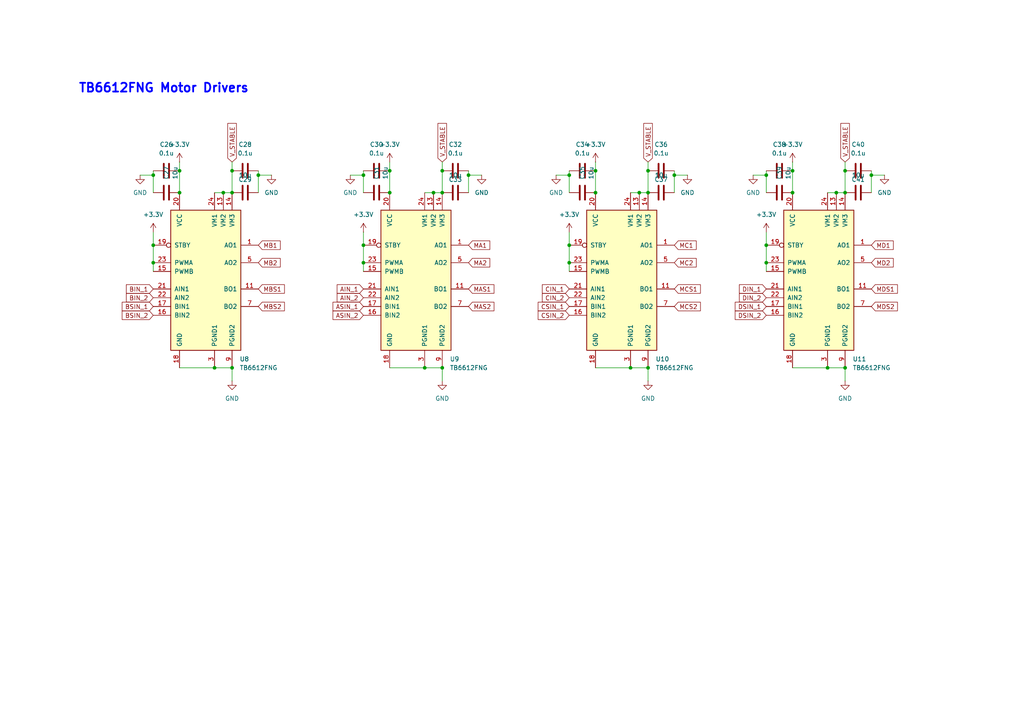
<source format=kicad_sch>
(kicad_sch
	(version 20231120)
	(generator "eeschema")
	(generator_version "8.0")
	(uuid "3a134c29-b3e6-49d2-803c-809f3c579e6e")
	(paper "A4")
	(lib_symbols
		(symbol "Device:C"
			(pin_numbers hide)
			(pin_names
				(offset 0.254)
			)
			(exclude_from_sim no)
			(in_bom yes)
			(on_board yes)
			(property "Reference" "C"
				(at 0.635 2.54 0)
				(effects
					(font
						(size 1.27 1.27)
					)
					(justify left)
				)
			)
			(property "Value" "C"
				(at 0.635 -2.54 0)
				(effects
					(font
						(size 1.27 1.27)
					)
					(justify left)
				)
			)
			(property "Footprint" ""
				(at 0.9652 -3.81 0)
				(effects
					(font
						(size 1.27 1.27)
					)
					(hide yes)
				)
			)
			(property "Datasheet" "~"
				(at 0 0 0)
				(effects
					(font
						(size 1.27 1.27)
					)
					(hide yes)
				)
			)
			(property "Description" "Unpolarized capacitor"
				(at 0 0 0)
				(effects
					(font
						(size 1.27 1.27)
					)
					(hide yes)
				)
			)
			(property "ki_keywords" "cap capacitor"
				(at 0 0 0)
				(effects
					(font
						(size 1.27 1.27)
					)
					(hide yes)
				)
			)
			(property "ki_fp_filters" "C_*"
				(at 0 0 0)
				(effects
					(font
						(size 1.27 1.27)
					)
					(hide yes)
				)
			)
			(symbol "C_0_1"
				(polyline
					(pts
						(xy -2.032 -0.762) (xy 2.032 -0.762)
					)
					(stroke
						(width 0.508)
						(type default)
					)
					(fill
						(type none)
					)
				)
				(polyline
					(pts
						(xy -2.032 0.762) (xy 2.032 0.762)
					)
					(stroke
						(width 0.508)
						(type default)
					)
					(fill
						(type none)
					)
				)
			)
			(symbol "C_1_1"
				(pin passive line
					(at 0 3.81 270)
					(length 2.794)
					(name "~"
						(effects
							(font
								(size 1.27 1.27)
							)
						)
					)
					(number "1"
						(effects
							(font
								(size 1.27 1.27)
							)
						)
					)
				)
				(pin passive line
					(at 0 -3.81 90)
					(length 2.794)
					(name "~"
						(effects
							(font
								(size 1.27 1.27)
							)
						)
					)
					(number "2"
						(effects
							(font
								(size 1.27 1.27)
							)
						)
					)
				)
			)
		)
		(symbol "Driver_Motor:TB6612FNG"
			(pin_names
				(offset 1.016)
			)
			(exclude_from_sim no)
			(in_bom yes)
			(on_board yes)
			(property "Reference" "U"
				(at 11.43 17.78 0)
				(effects
					(font
						(size 1.27 1.27)
					)
					(justify left)
				)
			)
			(property "Value" "TB6612FNG"
				(at 11.43 15.24 0)
				(effects
					(font
						(size 1.27 1.27)
					)
					(justify left)
				)
			)
			(property "Footprint" "Package_SO:SSOP-24_5.3x8.2mm_P0.65mm"
				(at 33.02 -22.86 0)
				(effects
					(font
						(size 1.27 1.27)
					)
					(hide yes)
				)
			)
			(property "Datasheet" "https://toshiba.semicon-storage.com/us/product/linear/motordriver/detail.TB6612FNG.html"
				(at 11.43 15.24 0)
				(effects
					(font
						(size 1.27 1.27)
					)
					(hide yes)
				)
			)
			(property "Description" "Driver IC for Dual DC motor, SSOP-24"
				(at 0 0 0)
				(effects
					(font
						(size 1.27 1.27)
					)
					(hide yes)
				)
			)
			(property "ki_keywords" "H-bridge motor driver"
				(at 0 0 0)
				(effects
					(font
						(size 1.27 1.27)
					)
					(hide yes)
				)
			)
			(property "ki_fp_filters" "SSOP-24*5.3x8.2mm*P0.65mm*"
				(at 0 0 0)
				(effects
					(font
						(size 1.27 1.27)
					)
					(hide yes)
				)
			)
			(symbol "TB6612FNG_0_1"
				(rectangle
					(start -10.16 20.32)
					(end 10.16 -20.32)
					(stroke
						(width 0.254)
						(type default)
					)
					(fill
						(type background)
					)
				)
			)
			(symbol "TB6612FNG_1_1"
				(pin output line
					(at 15.24 10.16 180)
					(length 5.08)
					(name "AO1"
						(effects
							(font
								(size 1.27 1.27)
							)
						)
					)
					(number "1"
						(effects
							(font
								(size 1.27 1.27)
							)
						)
					)
				)
				(pin passive line
					(at 7.62 -25.4 90)
					(length 5.08) hide
					(name "PGND2"
						(effects
							(font
								(size 1.27 1.27)
							)
						)
					)
					(number "10"
						(effects
							(font
								(size 1.27 1.27)
							)
						)
					)
				)
				(pin output line
					(at 15.24 -2.54 180)
					(length 5.08)
					(name "BO1"
						(effects
							(font
								(size 1.27 1.27)
							)
						)
					)
					(number "11"
						(effects
							(font
								(size 1.27 1.27)
							)
						)
					)
				)
				(pin passive line
					(at 15.24 -2.54 180)
					(length 5.08) hide
					(name "BO1"
						(effects
							(font
								(size 1.27 1.27)
							)
						)
					)
					(number "12"
						(effects
							(font
								(size 1.27 1.27)
							)
						)
					)
				)
				(pin power_in line
					(at 5.08 25.4 270)
					(length 5.08)
					(name "VM2"
						(effects
							(font
								(size 1.27 1.27)
							)
						)
					)
					(number "13"
						(effects
							(font
								(size 1.27 1.27)
							)
						)
					)
				)
				(pin power_in line
					(at 7.62 25.4 270)
					(length 5.08)
					(name "VM3"
						(effects
							(font
								(size 1.27 1.27)
							)
						)
					)
					(number "14"
						(effects
							(font
								(size 1.27 1.27)
							)
						)
					)
				)
				(pin input line
					(at -15.24 2.54 0)
					(length 5.08)
					(name "PWMB"
						(effects
							(font
								(size 1.27 1.27)
							)
						)
					)
					(number "15"
						(effects
							(font
								(size 1.27 1.27)
							)
						)
					)
				)
				(pin input line
					(at -15.24 -10.16 0)
					(length 5.08)
					(name "BIN2"
						(effects
							(font
								(size 1.27 1.27)
							)
						)
					)
					(number "16"
						(effects
							(font
								(size 1.27 1.27)
							)
						)
					)
				)
				(pin input line
					(at -15.24 -7.62 0)
					(length 5.08)
					(name "BIN1"
						(effects
							(font
								(size 1.27 1.27)
							)
						)
					)
					(number "17"
						(effects
							(font
								(size 1.27 1.27)
							)
						)
					)
				)
				(pin power_in line
					(at -7.62 -25.4 90)
					(length 5.08)
					(name "GND"
						(effects
							(font
								(size 1.27 1.27)
							)
						)
					)
					(number "18"
						(effects
							(font
								(size 1.27 1.27)
							)
						)
					)
				)
				(pin input inverted
					(at -15.24 10.16 0)
					(length 5.08)
					(name "STBY"
						(effects
							(font
								(size 1.27 1.27)
							)
						)
					)
					(number "19"
						(effects
							(font
								(size 1.27 1.27)
							)
						)
					)
				)
				(pin passive line
					(at 15.24 10.16 180)
					(length 5.08) hide
					(name "AO1"
						(effects
							(font
								(size 1.27 1.27)
							)
						)
					)
					(number "2"
						(effects
							(font
								(size 1.27 1.27)
							)
						)
					)
				)
				(pin power_in line
					(at -7.62 25.4 270)
					(length 5.08)
					(name "VCC"
						(effects
							(font
								(size 1.27 1.27)
							)
						)
					)
					(number "20"
						(effects
							(font
								(size 1.27 1.27)
							)
						)
					)
				)
				(pin input line
					(at -15.24 -2.54 0)
					(length 5.08)
					(name "AIN1"
						(effects
							(font
								(size 1.27 1.27)
							)
						)
					)
					(number "21"
						(effects
							(font
								(size 1.27 1.27)
							)
						)
					)
				)
				(pin input line
					(at -15.24 -5.08 0)
					(length 5.08)
					(name "AIN2"
						(effects
							(font
								(size 1.27 1.27)
							)
						)
					)
					(number "22"
						(effects
							(font
								(size 1.27 1.27)
							)
						)
					)
				)
				(pin input line
					(at -15.24 5.08 0)
					(length 5.08)
					(name "PWMA"
						(effects
							(font
								(size 1.27 1.27)
							)
						)
					)
					(number "23"
						(effects
							(font
								(size 1.27 1.27)
							)
						)
					)
				)
				(pin power_in line
					(at 2.54 25.4 270)
					(length 5.08)
					(name "VM1"
						(effects
							(font
								(size 1.27 1.27)
							)
						)
					)
					(number "24"
						(effects
							(font
								(size 1.27 1.27)
							)
						)
					)
				)
				(pin power_in line
					(at 2.54 -25.4 90)
					(length 5.08)
					(name "PGND1"
						(effects
							(font
								(size 1.27 1.27)
							)
						)
					)
					(number "3"
						(effects
							(font
								(size 1.27 1.27)
							)
						)
					)
				)
				(pin passive line
					(at 2.54 -25.4 90)
					(length 5.08) hide
					(name "PGND1"
						(effects
							(font
								(size 1.27 1.27)
							)
						)
					)
					(number "4"
						(effects
							(font
								(size 1.27 1.27)
							)
						)
					)
				)
				(pin output line
					(at 15.24 5.08 180)
					(length 5.08)
					(name "AO2"
						(effects
							(font
								(size 1.27 1.27)
							)
						)
					)
					(number "5"
						(effects
							(font
								(size 1.27 1.27)
							)
						)
					)
				)
				(pin passive line
					(at 15.24 5.08 180)
					(length 5.08) hide
					(name "AO2"
						(effects
							(font
								(size 1.27 1.27)
							)
						)
					)
					(number "6"
						(effects
							(font
								(size 1.27 1.27)
							)
						)
					)
				)
				(pin output line
					(at 15.24 -7.62 180)
					(length 5.08)
					(name "BO2"
						(effects
							(font
								(size 1.27 1.27)
							)
						)
					)
					(number "7"
						(effects
							(font
								(size 1.27 1.27)
							)
						)
					)
				)
				(pin passive line
					(at 15.24 -7.62 180)
					(length 5.08) hide
					(name "BO2"
						(effects
							(font
								(size 1.27 1.27)
							)
						)
					)
					(number "8"
						(effects
							(font
								(size 1.27 1.27)
							)
						)
					)
				)
				(pin power_in line
					(at 7.62 -25.4 90)
					(length 5.08)
					(name "PGND2"
						(effects
							(font
								(size 1.27 1.27)
							)
						)
					)
					(number "9"
						(effects
							(font
								(size 1.27 1.27)
							)
						)
					)
				)
			)
		)
		(symbol "power:+3.3V"
			(power)
			(pin_numbers hide)
			(pin_names
				(offset 0) hide)
			(exclude_from_sim no)
			(in_bom yes)
			(on_board yes)
			(property "Reference" "#PWR"
				(at 0 -3.81 0)
				(effects
					(font
						(size 1.27 1.27)
					)
					(hide yes)
				)
			)
			(property "Value" "+3.3V"
				(at 0 3.556 0)
				(effects
					(font
						(size 1.27 1.27)
					)
				)
			)
			(property "Footprint" ""
				(at 0 0 0)
				(effects
					(font
						(size 1.27 1.27)
					)
					(hide yes)
				)
			)
			(property "Datasheet" ""
				(at 0 0 0)
				(effects
					(font
						(size 1.27 1.27)
					)
					(hide yes)
				)
			)
			(property "Description" "Power symbol creates a global label with name \"+3.3V\""
				(at 0 0 0)
				(effects
					(font
						(size 1.27 1.27)
					)
					(hide yes)
				)
			)
			(property "ki_keywords" "global power"
				(at 0 0 0)
				(effects
					(font
						(size 1.27 1.27)
					)
					(hide yes)
				)
			)
			(symbol "+3.3V_0_1"
				(polyline
					(pts
						(xy -0.762 1.27) (xy 0 2.54)
					)
					(stroke
						(width 0)
						(type default)
					)
					(fill
						(type none)
					)
				)
				(polyline
					(pts
						(xy 0 0) (xy 0 2.54)
					)
					(stroke
						(width 0)
						(type default)
					)
					(fill
						(type none)
					)
				)
				(polyline
					(pts
						(xy 0 2.54) (xy 0.762 1.27)
					)
					(stroke
						(width 0)
						(type default)
					)
					(fill
						(type none)
					)
				)
			)
			(symbol "+3.3V_1_1"
				(pin power_in line
					(at 0 0 90)
					(length 0)
					(name "~"
						(effects
							(font
								(size 1.27 1.27)
							)
						)
					)
					(number "1"
						(effects
							(font
								(size 1.27 1.27)
							)
						)
					)
				)
			)
		)
		(symbol "power:GND"
			(power)
			(pin_numbers hide)
			(pin_names
				(offset 0) hide)
			(exclude_from_sim no)
			(in_bom yes)
			(on_board yes)
			(property "Reference" "#PWR"
				(at 0 -6.35 0)
				(effects
					(font
						(size 1.27 1.27)
					)
					(hide yes)
				)
			)
			(property "Value" "GND"
				(at 0 -3.81 0)
				(effects
					(font
						(size 1.27 1.27)
					)
				)
			)
			(property "Footprint" ""
				(at 0 0 0)
				(effects
					(font
						(size 1.27 1.27)
					)
					(hide yes)
				)
			)
			(property "Datasheet" ""
				(at 0 0 0)
				(effects
					(font
						(size 1.27 1.27)
					)
					(hide yes)
				)
			)
			(property "Description" "Power symbol creates a global label with name \"GND\" , ground"
				(at 0 0 0)
				(effects
					(font
						(size 1.27 1.27)
					)
					(hide yes)
				)
			)
			(property "ki_keywords" "global power"
				(at 0 0 0)
				(effects
					(font
						(size 1.27 1.27)
					)
					(hide yes)
				)
			)
			(symbol "GND_0_1"
				(polyline
					(pts
						(xy 0 0) (xy 0 -1.27) (xy 1.27 -1.27) (xy 0 -2.54) (xy -1.27 -1.27) (xy 0 -1.27)
					)
					(stroke
						(width 0)
						(type default)
					)
					(fill
						(type none)
					)
				)
			)
			(symbol "GND_1_1"
				(pin power_in line
					(at 0 0 270)
					(length 0)
					(name "~"
						(effects
							(font
								(size 1.27 1.27)
							)
						)
					)
					(number "1"
						(effects
							(font
								(size 1.27 1.27)
							)
						)
					)
				)
			)
		)
	)
	(junction
		(at 252.73 50.8)
		(diameter 0)
		(color 0 0 0 0)
		(uuid "0905f9c6-a489-47d5-952c-c74c18efa73c")
	)
	(junction
		(at 52.07 49.53)
		(diameter 0)
		(color 0 0 0 0)
		(uuid "0bf2072c-28fb-4db6-8195-b2f0ad9717b8")
	)
	(junction
		(at 44.45 50.8)
		(diameter 0)
		(color 0 0 0 0)
		(uuid "1108227e-61e1-43ee-8206-913c22040d8a")
	)
	(junction
		(at 242.57 55.88)
		(diameter 0)
		(color 0 0 0 0)
		(uuid "14170849-86bd-4faf-b799-00be29d3446c")
	)
	(junction
		(at 125.73 55.88)
		(diameter 0)
		(color 0 0 0 0)
		(uuid "1a517e8a-f211-46ba-a940-cc774d930977")
	)
	(junction
		(at 195.58 50.8)
		(diameter 0)
		(color 0 0 0 0)
		(uuid "26054c9a-9b76-42c1-8a37-c4b8b156066f")
	)
	(junction
		(at 187.96 106.68)
		(diameter 0)
		(color 0 0 0 0)
		(uuid "265273d9-5132-452e-9449-046a822c2a5d")
	)
	(junction
		(at 135.89 50.8)
		(diameter 0)
		(color 0 0 0 0)
		(uuid "2d75f3e3-cfdc-46d2-b4ea-4cdc3ae85441")
	)
	(junction
		(at 128.27 55.88)
		(diameter 0)
		(color 0 0 0 0)
		(uuid "3826b6cc-0395-4e19-83c7-dffa491fa901")
	)
	(junction
		(at 44.45 76.2)
		(diameter 0)
		(color 0 0 0 0)
		(uuid "4c67901d-8810-41da-acd4-98b884abbf8c")
	)
	(junction
		(at 128.27 106.68)
		(diameter 0)
		(color 0 0 0 0)
		(uuid "5195ff25-bf60-4ddf-b978-18c80d5e99e5")
	)
	(junction
		(at 245.11 106.68)
		(diameter 0)
		(color 0 0 0 0)
		(uuid "52130686-0b4d-45bf-9b33-2c68300de96d")
	)
	(junction
		(at 52.07 55.88)
		(diameter 0)
		(color 0 0 0 0)
		(uuid "591db1be-67cc-4fc7-808b-90370e8594b5")
	)
	(junction
		(at 165.1 71.12)
		(diameter 0)
		(color 0 0 0 0)
		(uuid "5d6496ef-3cfe-4233-b3e7-d613c22901f6")
	)
	(junction
		(at 44.45 71.12)
		(diameter 0)
		(color 0 0 0 0)
		(uuid "68130daa-97b4-48cc-9dde-6b22ac820f9d")
	)
	(junction
		(at 240.03 106.68)
		(diameter 0)
		(color 0 0 0 0)
		(uuid "6bfedb97-aa5b-47fc-84b9-774e7f5f5963")
	)
	(junction
		(at 229.87 49.53)
		(diameter 0)
		(color 0 0 0 0)
		(uuid "6d542419-d8eb-4d70-aead-887ccddfc020")
	)
	(junction
		(at 165.1 50.8)
		(diameter 0)
		(color 0 0 0 0)
		(uuid "6ed791ee-aced-40a4-a119-15ff52401343")
	)
	(junction
		(at 222.25 50.8)
		(diameter 0)
		(color 0 0 0 0)
		(uuid "7ab2b7b6-de70-4dd8-a51b-b0c579694257")
	)
	(junction
		(at 113.03 55.88)
		(diameter 0)
		(color 0 0 0 0)
		(uuid "85b2d466-dd47-436b-8217-03afb83a0a7a")
	)
	(junction
		(at 113.03 49.53)
		(diameter 0)
		(color 0 0 0 0)
		(uuid "8773a980-392e-468d-84b3-325988af7aa3")
	)
	(junction
		(at 187.96 55.88)
		(diameter 0)
		(color 0 0 0 0)
		(uuid "89624f23-17c6-43f3-bcde-fd6ffc81a891")
	)
	(junction
		(at 187.96 49.53)
		(diameter 0)
		(color 0 0 0 0)
		(uuid "8ae9d9bf-293c-4fcc-8343-105c08b0f426")
	)
	(junction
		(at 128.27 49.53)
		(diameter 0)
		(color 0 0 0 0)
		(uuid "8c6d8a3f-d6aa-4f7a-977b-9942a52fa5d0")
	)
	(junction
		(at 67.31 49.53)
		(diameter 0)
		(color 0 0 0 0)
		(uuid "90c487ab-4363-480a-b375-c9982e891c85")
	)
	(junction
		(at 172.72 49.53)
		(diameter 0)
		(color 0 0 0 0)
		(uuid "97ec94d3-310a-4c7a-8eff-fb43b367ebcc")
	)
	(junction
		(at 185.42 55.88)
		(diameter 0)
		(color 0 0 0 0)
		(uuid "a7eafe5e-704e-4f47-b694-ffba80b80152")
	)
	(junction
		(at 165.1 76.2)
		(diameter 0)
		(color 0 0 0 0)
		(uuid "ad565ef7-bb93-4d86-b0b9-6e58b7eadcf1")
	)
	(junction
		(at 229.87 55.88)
		(diameter 0)
		(color 0 0 0 0)
		(uuid "af1c92e1-9d55-4f21-a7fa-1fee23bc8a24")
	)
	(junction
		(at 74.93 50.8)
		(diameter 0)
		(color 0 0 0 0)
		(uuid "baaef232-8aee-423f-88c1-e2f9dfc743da")
	)
	(junction
		(at 182.88 106.68)
		(diameter 0)
		(color 0 0 0 0)
		(uuid "bb93dccb-016a-438d-8898-1e8b0f40a07f")
	)
	(junction
		(at 172.72 55.88)
		(diameter 0)
		(color 0 0 0 0)
		(uuid "bd3b212b-0aed-4f06-b6e9-0e0747ee944d")
	)
	(junction
		(at 67.31 106.68)
		(diameter 0)
		(color 0 0 0 0)
		(uuid "bf414c56-01b7-4f7b-9403-2609196955ca")
	)
	(junction
		(at 105.41 76.2)
		(diameter 0)
		(color 0 0 0 0)
		(uuid "cf70b60a-8df4-4ac0-a1bc-56d8543d946a")
	)
	(junction
		(at 222.25 76.2)
		(diameter 0)
		(color 0 0 0 0)
		(uuid "d28febe3-7b79-46f3-9e6f-e553436e1730")
	)
	(junction
		(at 62.23 106.68)
		(diameter 0)
		(color 0 0 0 0)
		(uuid "d559bb4c-f66c-46c2-be94-fbb6a9490cf4")
	)
	(junction
		(at 67.31 55.88)
		(diameter 0)
		(color 0 0 0 0)
		(uuid "d83a4ce8-13f0-4a9f-bcd8-e78a11e11620")
	)
	(junction
		(at 123.19 106.68)
		(diameter 0)
		(color 0 0 0 0)
		(uuid "dec29744-8a01-48cd-9abe-3695cd46068e")
	)
	(junction
		(at 245.11 49.53)
		(diameter 0)
		(color 0 0 0 0)
		(uuid "e85d5761-a414-4d49-8349-f2d3a1211093")
	)
	(junction
		(at 222.25 71.12)
		(diameter 0)
		(color 0 0 0 0)
		(uuid "eafe3ea3-5c1a-40f9-9c33-af9039bb6fa8")
	)
	(junction
		(at 64.77 55.88)
		(diameter 0)
		(color 0 0 0 0)
		(uuid "ed12bc05-88b7-46d3-9317-061fc822a0d8")
	)
	(junction
		(at 105.41 50.8)
		(diameter 0)
		(color 0 0 0 0)
		(uuid "f539dfea-5c86-44dd-8fb8-75d1a158ffc2")
	)
	(junction
		(at 245.11 55.88)
		(diameter 0)
		(color 0 0 0 0)
		(uuid "f83b01bb-68a8-4806-ba0f-83f1d46f69bc")
	)
	(junction
		(at 105.41 71.12)
		(diameter 0)
		(color 0 0 0 0)
		(uuid "fbdebf7f-4b3f-4cd6-8b4a-57b34047e2f2")
	)
	(wire
		(pts
			(xy 245.11 49.53) (xy 245.11 55.88)
		)
		(stroke
			(width 0)
			(type default)
		)
		(uuid "035c38fe-37c5-4c21-b551-0d9fa923e6a1")
	)
	(wire
		(pts
			(xy 222.25 49.53) (xy 222.25 50.8)
		)
		(stroke
			(width 0)
			(type default)
		)
		(uuid "06c6f3b1-911c-43f9-aeed-f6192a18ce34")
	)
	(wire
		(pts
			(xy 44.45 76.2) (xy 44.45 78.74)
		)
		(stroke
			(width 0)
			(type default)
		)
		(uuid "0b3a9057-e8c2-4d06-99fb-8f0a49826e30")
	)
	(wire
		(pts
			(xy 222.25 71.12) (xy 222.25 76.2)
		)
		(stroke
			(width 0)
			(type default)
		)
		(uuid "0dd87593-d4e9-4e87-a58e-b8689fd4294e")
	)
	(wire
		(pts
			(xy 44.45 67.31) (xy 44.45 71.12)
		)
		(stroke
			(width 0)
			(type default)
		)
		(uuid "10b74662-29a5-4bac-bc2b-9d4fd029303e")
	)
	(wire
		(pts
			(xy 229.87 49.53) (xy 229.87 55.88)
		)
		(stroke
			(width 0)
			(type default)
		)
		(uuid "147e1fca-ead7-4dc6-b0b2-e77ee85fe4e7")
	)
	(wire
		(pts
			(xy 229.87 46.99) (xy 229.87 49.53)
		)
		(stroke
			(width 0)
			(type default)
		)
		(uuid "15c1fab7-4200-4b4f-ac97-9944ab4a317b")
	)
	(wire
		(pts
			(xy 62.23 55.88) (xy 64.77 55.88)
		)
		(stroke
			(width 0)
			(type default)
		)
		(uuid "1646d385-f5e7-4fa6-9ed3-db2ebeedb331")
	)
	(wire
		(pts
			(xy 105.41 50.8) (xy 105.41 55.88)
		)
		(stroke
			(width 0)
			(type default)
		)
		(uuid "18bd1242-adf0-404d-baaa-377a68fe3c67")
	)
	(wire
		(pts
			(xy 113.03 46.99) (xy 113.03 49.53)
		)
		(stroke
			(width 0)
			(type default)
		)
		(uuid "19be6c1f-f6df-44a9-986a-4657fbfaece6")
	)
	(wire
		(pts
			(xy 222.25 76.2) (xy 222.25 78.74)
		)
		(stroke
			(width 0)
			(type default)
		)
		(uuid "1e4ba12a-32b2-43b6-9973-c5a0a91f35c2")
	)
	(wire
		(pts
			(xy 113.03 106.68) (xy 123.19 106.68)
		)
		(stroke
			(width 0)
			(type default)
		)
		(uuid "1f0d14aa-3742-4017-9d2e-e4dcb075a855")
	)
	(wire
		(pts
			(xy 245.11 106.68) (xy 245.11 110.49)
		)
		(stroke
			(width 0)
			(type default)
		)
		(uuid "27771d83-91cc-46d3-a731-bffdc95ef5d2")
	)
	(wire
		(pts
			(xy 161.29 50.8) (xy 165.1 50.8)
		)
		(stroke
			(width 0)
			(type default)
		)
		(uuid "2886b51c-5a7b-4e53-94db-f05259bfaee6")
	)
	(wire
		(pts
			(xy 252.73 50.8) (xy 256.54 50.8)
		)
		(stroke
			(width 0)
			(type default)
		)
		(uuid "2c2305e7-97a4-4ff3-8b95-793e73644362")
	)
	(wire
		(pts
			(xy 187.96 106.68) (xy 187.96 110.49)
		)
		(stroke
			(width 0)
			(type default)
		)
		(uuid "307995e9-74d7-4d6e-aba8-db4ba03b7f8c")
	)
	(wire
		(pts
			(xy 128.27 106.68) (xy 128.27 110.49)
		)
		(stroke
			(width 0)
			(type default)
		)
		(uuid "3277ef8a-349a-437d-b2f9-278442db2584")
	)
	(wire
		(pts
			(xy 105.41 76.2) (xy 105.41 78.74)
		)
		(stroke
			(width 0)
			(type default)
		)
		(uuid "327fbfcc-7c83-445e-a5e4-49606d454a65")
	)
	(wire
		(pts
			(xy 172.72 46.99) (xy 172.72 49.53)
		)
		(stroke
			(width 0)
			(type default)
		)
		(uuid "36d0cff2-7d2a-459a-bd7d-c3929d81f568")
	)
	(wire
		(pts
			(xy 67.31 49.53) (xy 67.31 55.88)
		)
		(stroke
			(width 0)
			(type default)
		)
		(uuid "41ee354a-01db-4753-b7e7-0274644e7680")
	)
	(wire
		(pts
			(xy 67.31 46.99) (xy 67.31 49.53)
		)
		(stroke
			(width 0)
			(type default)
		)
		(uuid "43c79c89-792a-4164-b785-141c82bf3d83")
	)
	(wire
		(pts
			(xy 113.03 49.53) (xy 113.03 55.88)
		)
		(stroke
			(width 0)
			(type default)
		)
		(uuid "4a34d1f7-daf1-4902-a4cd-084fdfcbbdcf")
	)
	(wire
		(pts
			(xy 242.57 55.88) (xy 245.11 55.88)
		)
		(stroke
			(width 0)
			(type default)
		)
		(uuid "4a8ad89f-544c-44ed-ba93-266a87b4da2e")
	)
	(wire
		(pts
			(xy 123.19 55.88) (xy 125.73 55.88)
		)
		(stroke
			(width 0)
			(type default)
		)
		(uuid "5104681c-1b79-4bd5-bda0-2772bd317762")
	)
	(wire
		(pts
			(xy 74.93 50.8) (xy 74.93 55.88)
		)
		(stroke
			(width 0)
			(type default)
		)
		(uuid "5533c1a6-ff93-4d5e-984a-78ba09659244")
	)
	(wire
		(pts
			(xy 52.07 49.53) (xy 52.07 55.88)
		)
		(stroke
			(width 0)
			(type default)
		)
		(uuid "5565ed81-24f9-4d97-8bba-d506865aabc3")
	)
	(wire
		(pts
			(xy 67.31 106.68) (xy 67.31 110.49)
		)
		(stroke
			(width 0)
			(type default)
		)
		(uuid "56e45cf8-b418-4613-9897-5bbe955bb350")
	)
	(wire
		(pts
			(xy 185.42 55.88) (xy 187.96 55.88)
		)
		(stroke
			(width 0)
			(type default)
		)
		(uuid "5e988aba-18d0-46fd-925a-ddde9170a79c")
	)
	(wire
		(pts
			(xy 187.96 46.99) (xy 187.96 49.53)
		)
		(stroke
			(width 0)
			(type default)
		)
		(uuid "611b651e-8bfa-492c-a510-17335a6a676c")
	)
	(wire
		(pts
			(xy 44.45 71.12) (xy 44.45 76.2)
		)
		(stroke
			(width 0)
			(type default)
		)
		(uuid "616f191d-18cf-4079-9b95-756ebe39f467")
	)
	(wire
		(pts
			(xy 62.23 106.68) (xy 67.31 106.68)
		)
		(stroke
			(width 0)
			(type default)
		)
		(uuid "6234e093-b27c-4179-b6db-d7241f5aecc6")
	)
	(wire
		(pts
			(xy 105.41 49.53) (xy 105.41 50.8)
		)
		(stroke
			(width 0)
			(type default)
		)
		(uuid "63ded069-9d70-4682-a1d2-44f8fcffff7e")
	)
	(wire
		(pts
			(xy 105.41 67.31) (xy 105.41 71.12)
		)
		(stroke
			(width 0)
			(type default)
		)
		(uuid "6a9dd7e9-a4ae-49ee-93f4-48080d9e868f")
	)
	(wire
		(pts
			(xy 165.1 67.31) (xy 165.1 71.12)
		)
		(stroke
			(width 0)
			(type default)
		)
		(uuid "6bf6e316-fc7f-4adf-971b-38bc1eb12d83")
	)
	(wire
		(pts
			(xy 44.45 50.8) (xy 44.45 55.88)
		)
		(stroke
			(width 0)
			(type default)
		)
		(uuid "7009efd4-73ce-4623-83c1-a2f205ade5d7")
	)
	(wire
		(pts
			(xy 101.6 50.8) (xy 105.41 50.8)
		)
		(stroke
			(width 0)
			(type default)
		)
		(uuid "75bc554d-98ab-46a4-ae38-0bc49b450104")
	)
	(wire
		(pts
			(xy 74.93 49.53) (xy 74.93 50.8)
		)
		(stroke
			(width 0)
			(type default)
		)
		(uuid "768334ec-c6ff-4114-9e67-ac21edc56612")
	)
	(wire
		(pts
			(xy 123.19 106.68) (xy 128.27 106.68)
		)
		(stroke
			(width 0)
			(type default)
		)
		(uuid "7a708ff8-90be-4f5f-bcde-37361e05bc6c")
	)
	(wire
		(pts
			(xy 40.64 50.8) (xy 44.45 50.8)
		)
		(stroke
			(width 0)
			(type default)
		)
		(uuid "7c81fde1-6f43-4d23-8f1d-ecae32ed3bbc")
	)
	(wire
		(pts
			(xy 222.25 67.31) (xy 222.25 71.12)
		)
		(stroke
			(width 0)
			(type default)
		)
		(uuid "7fd73057-80e8-40e7-968e-df1cfab42f38")
	)
	(wire
		(pts
			(xy 64.77 55.88) (xy 67.31 55.88)
		)
		(stroke
			(width 0)
			(type default)
		)
		(uuid "80f3bbd0-a994-4fac-91f4-0d6f6e6f3f39")
	)
	(wire
		(pts
			(xy 165.1 71.12) (xy 165.1 76.2)
		)
		(stroke
			(width 0)
			(type default)
		)
		(uuid "843b9f66-3206-4904-8a82-822abfd741a4")
	)
	(wire
		(pts
			(xy 165.1 50.8) (xy 165.1 55.88)
		)
		(stroke
			(width 0)
			(type default)
		)
		(uuid "85f728ea-a17c-49a4-9abc-f579905db0a3")
	)
	(wire
		(pts
			(xy 252.73 50.8) (xy 252.73 55.88)
		)
		(stroke
			(width 0)
			(type default)
		)
		(uuid "891b275f-f2aa-462c-9f03-baf8de7ffeb7")
	)
	(wire
		(pts
			(xy 195.58 50.8) (xy 199.39 50.8)
		)
		(stroke
			(width 0)
			(type default)
		)
		(uuid "8d14b6a9-558a-4549-a0bf-cc55c51bfff2")
	)
	(wire
		(pts
			(xy 240.03 55.88) (xy 242.57 55.88)
		)
		(stroke
			(width 0)
			(type default)
		)
		(uuid "8f06407c-f65b-45f5-9e1e-7a90b038b2e4")
	)
	(wire
		(pts
			(xy 44.45 49.53) (xy 44.45 50.8)
		)
		(stroke
			(width 0)
			(type default)
		)
		(uuid "8f8b8759-1f85-4715-ad07-894db4737085")
	)
	(wire
		(pts
			(xy 222.25 50.8) (xy 222.25 55.88)
		)
		(stroke
			(width 0)
			(type default)
		)
		(uuid "8fee71c9-1038-4826-bf67-5dab2910c0d5")
	)
	(wire
		(pts
			(xy 165.1 76.2) (xy 165.1 78.74)
		)
		(stroke
			(width 0)
			(type default)
		)
		(uuid "98b98522-95a5-43b1-a506-aea09dfbb6a0")
	)
	(wire
		(pts
			(xy 165.1 49.53) (xy 165.1 50.8)
		)
		(stroke
			(width 0)
			(type default)
		)
		(uuid "9d4bb040-573b-4941-b1d9-1a0bee660f13")
	)
	(wire
		(pts
			(xy 135.89 50.8) (xy 139.7 50.8)
		)
		(stroke
			(width 0)
			(type default)
		)
		(uuid "a3265575-a9e6-41ab-b602-82710ab4976e")
	)
	(wire
		(pts
			(xy 252.73 49.53) (xy 252.73 50.8)
		)
		(stroke
			(width 0)
			(type default)
		)
		(uuid "a4fca894-a8f4-4159-a973-85c94b2552a5")
	)
	(wire
		(pts
			(xy 187.96 49.53) (xy 187.96 55.88)
		)
		(stroke
			(width 0)
			(type default)
		)
		(uuid "a905d788-e886-4e94-93e8-1c0c8527f634")
	)
	(wire
		(pts
			(xy 172.72 106.68) (xy 182.88 106.68)
		)
		(stroke
			(width 0)
			(type default)
		)
		(uuid "aec39864-2820-40b6-b841-797f7e075d0e")
	)
	(wire
		(pts
			(xy 105.41 71.12) (xy 105.41 76.2)
		)
		(stroke
			(width 0)
			(type default)
		)
		(uuid "b5f24590-01ff-4462-8f60-f367cb1e6049")
	)
	(wire
		(pts
			(xy 182.88 106.68) (xy 187.96 106.68)
		)
		(stroke
			(width 0)
			(type default)
		)
		(uuid "b9d8cd10-6f98-453b-a39f-13b4a62620bd")
	)
	(wire
		(pts
			(xy 125.73 55.88) (xy 128.27 55.88)
		)
		(stroke
			(width 0)
			(type default)
		)
		(uuid "bafbd89c-6837-4e4e-86e3-6a1f7b7cc458")
	)
	(wire
		(pts
			(xy 229.87 106.68) (xy 240.03 106.68)
		)
		(stroke
			(width 0)
			(type default)
		)
		(uuid "be24b4de-1844-4b97-bbc4-18b0319c329f")
	)
	(wire
		(pts
			(xy 195.58 49.53) (xy 195.58 50.8)
		)
		(stroke
			(width 0)
			(type default)
		)
		(uuid "c1d391b5-0f55-4a9b-a816-89b54788258b")
	)
	(wire
		(pts
			(xy 218.44 50.8) (xy 222.25 50.8)
		)
		(stroke
			(width 0)
			(type default)
		)
		(uuid "c777e8fd-9c1c-4b1f-838b-55621143c263")
	)
	(wire
		(pts
			(xy 182.88 55.88) (xy 185.42 55.88)
		)
		(stroke
			(width 0)
			(type default)
		)
		(uuid "cb9092a5-6d2b-4723-9b73-fd113ccea969")
	)
	(wire
		(pts
			(xy 172.72 49.53) (xy 172.72 55.88)
		)
		(stroke
			(width 0)
			(type default)
		)
		(uuid "d59b8b7c-05bb-4d41-abf9-35d2244c832b")
	)
	(wire
		(pts
			(xy 74.93 50.8) (xy 78.74 50.8)
		)
		(stroke
			(width 0)
			(type default)
		)
		(uuid "d99a3bad-c5b5-497b-908f-c241d2256e45")
	)
	(wire
		(pts
			(xy 128.27 49.53) (xy 128.27 55.88)
		)
		(stroke
			(width 0)
			(type default)
		)
		(uuid "daa71b4c-8e6b-4a19-b826-48d1ae399cb0")
	)
	(wire
		(pts
			(xy 52.07 46.99) (xy 52.07 49.53)
		)
		(stroke
			(width 0)
			(type default)
		)
		(uuid "e0f46d96-8e5b-4703-bdfd-6f3c2e6af00b")
	)
	(wire
		(pts
			(xy 245.11 46.99) (xy 245.11 49.53)
		)
		(stroke
			(width 0)
			(type default)
		)
		(uuid "e2817983-908c-4351-aab0-bdfbed4bc90e")
	)
	(wire
		(pts
			(xy 135.89 49.53) (xy 135.89 50.8)
		)
		(stroke
			(width 0)
			(type default)
		)
		(uuid "e6af1fa5-5c8e-467f-a90b-314f24d45c71")
	)
	(wire
		(pts
			(xy 52.07 106.68) (xy 62.23 106.68)
		)
		(stroke
			(width 0)
			(type default)
		)
		(uuid "ebefc387-9a78-4960-84b3-b06aba4073d7")
	)
	(wire
		(pts
			(xy 240.03 106.68) (xy 245.11 106.68)
		)
		(stroke
			(width 0)
			(type default)
		)
		(uuid "edba06f7-04d6-422d-aa74-3c2bd6c681a9")
	)
	(wire
		(pts
			(xy 128.27 46.99) (xy 128.27 49.53)
		)
		(stroke
			(width 0)
			(type default)
		)
		(uuid "f116134e-189f-45e9-9c42-88f500c1ec74")
	)
	(wire
		(pts
			(xy 195.58 50.8) (xy 195.58 55.88)
		)
		(stroke
			(width 0)
			(type default)
		)
		(uuid "fca9db43-b00b-4e8f-916e-6e755d260b14")
	)
	(wire
		(pts
			(xy 135.89 50.8) (xy 135.89 55.88)
		)
		(stroke
			(width 0)
			(type default)
		)
		(uuid "ff8c750f-a2c6-48ff-8702-a03bb965c52c")
	)
	(text "TB6612FNG Motor Drivers"
		(exclude_from_sim no)
		(at 47.498 25.654 0)
		(effects
			(font
				(face "KiCad Font")
				(size 2.54 2.54)
				(thickness 0.508)
				(bold yes)
				(color 0 0 255 1)
			)
		)
		(uuid "8c2ec051-d0be-4c1a-8977-9a41e157a9e4")
	)
	(global_label "V_STABLE"
		(shape input)
		(at 187.96 46.99 90)
		(fields_autoplaced yes)
		(effects
			(font
				(size 1.27 1.27)
			)
			(justify left)
		)
		(uuid "00d0c06a-d4a2-4105-bb0d-144f89016068")
		(property "Intersheetrefs" "${INTERSHEET_REFS}"
			(at 187.96 35.2358 90)
			(effects
				(font
					(size 1.27 1.27)
				)
				(justify left)
				(hide yes)
			)
		)
	)
	(global_label "MAS1"
		(shape input)
		(at 135.89 83.82 0)
		(fields_autoplaced yes)
		(effects
			(font
				(size 1.27 1.27)
			)
			(justify left)
		)
		(uuid "02296dfa-0d85-4e95-889a-6408f2e20878")
		(property "Intersheetrefs" "${INTERSHEET_REFS}"
			(at 143.8342 83.82 0)
			(effects
				(font
					(size 1.27 1.27)
				)
				(justify left)
				(hide yes)
			)
		)
	)
	(global_label "BSIN_2"
		(shape input)
		(at 44.45 91.44 180)
		(fields_autoplaced yes)
		(effects
			(font
				(size 1.27 1.27)
			)
			(justify right)
		)
		(uuid "0cc9da10-e96b-4292-a65e-fbfa5bc40eb3")
		(property "Intersheetrefs" "${INTERSHEET_REFS}"
			(at 34.8729 91.44 0)
			(effects
				(font
					(size 1.27 1.27)
				)
				(justify right)
				(hide yes)
			)
		)
	)
	(global_label "MD1"
		(shape input)
		(at 252.73 71.12 0)
		(fields_autoplaced yes)
		(effects
			(font
				(size 1.27 1.27)
			)
			(justify left)
		)
		(uuid "1427e12e-aafe-46c0-b8c6-c3aa343f9563")
		(property "Intersheetrefs" "${INTERSHEET_REFS}"
			(at 259.6461 71.12 0)
			(effects
				(font
					(size 1.27 1.27)
				)
				(justify left)
				(hide yes)
			)
		)
	)
	(global_label "AIN_1"
		(shape input)
		(at 105.41 83.82 180)
		(fields_autoplaced yes)
		(effects
			(font
				(size 1.27 1.27)
			)
			(justify right)
		)
		(uuid "16fea573-86ce-45b9-b15d-5c5752414cc1")
		(property "Intersheetrefs" "${INTERSHEET_REFS}"
			(at 97.2238 83.82 0)
			(effects
				(font
					(size 1.27 1.27)
				)
				(justify right)
				(hide yes)
			)
		)
	)
	(global_label "V_STABLE"
		(shape input)
		(at 128.27 46.99 90)
		(fields_autoplaced yes)
		(effects
			(font
				(size 1.27 1.27)
			)
			(justify left)
		)
		(uuid "1b65e3ad-05d8-4f16-b7d5-df8e7d9e86d9")
		(property "Intersheetrefs" "${INTERSHEET_REFS}"
			(at 128.27 35.2358 90)
			(effects
				(font
					(size 1.27 1.27)
				)
				(justify left)
				(hide yes)
			)
		)
	)
	(global_label "MC1"
		(shape input)
		(at 195.58 71.12 0)
		(fields_autoplaced yes)
		(effects
			(font
				(size 1.27 1.27)
			)
			(justify left)
		)
		(uuid "1dab9990-947a-4aa8-9f58-4fb8b5c324ca")
		(property "Intersheetrefs" "${INTERSHEET_REFS}"
			(at 202.4961 71.12 0)
			(effects
				(font
					(size 1.27 1.27)
				)
				(justify left)
				(hide yes)
			)
		)
	)
	(global_label "MCS1"
		(shape input)
		(at 195.58 83.82 0)
		(fields_autoplaced yes)
		(effects
			(font
				(size 1.27 1.27)
			)
			(justify left)
		)
		(uuid "1e5a1a30-247b-410d-82d2-1929499e2f4c")
		(property "Intersheetrefs" "${INTERSHEET_REFS}"
			(at 203.7056 83.82 0)
			(effects
				(font
					(size 1.27 1.27)
				)
				(justify left)
				(hide yes)
			)
		)
	)
	(global_label "DSIN_2"
		(shape input)
		(at 222.25 91.44 180)
		(fields_autoplaced yes)
		(effects
			(font
				(size 1.27 1.27)
			)
			(justify right)
		)
		(uuid "283ef62b-9457-4a48-8a24-c02599ec44da")
		(property "Intersheetrefs" "${INTERSHEET_REFS}"
			(at 212.6729 91.44 0)
			(effects
				(font
					(size 1.27 1.27)
				)
				(justify right)
				(hide yes)
			)
		)
	)
	(global_label "MDS2"
		(shape input)
		(at 252.73 88.9 0)
		(fields_autoplaced yes)
		(effects
			(font
				(size 1.27 1.27)
			)
			(justify left)
		)
		(uuid "2fbf2725-0091-4506-8eb2-e24b4959ffc0")
		(property "Intersheetrefs" "${INTERSHEET_REFS}"
			(at 260.8556 88.9 0)
			(effects
				(font
					(size 1.27 1.27)
				)
				(justify left)
				(hide yes)
			)
		)
	)
	(global_label "MB2"
		(shape input)
		(at 74.93 76.2 0)
		(fields_autoplaced yes)
		(effects
			(font
				(size 1.27 1.27)
			)
			(justify left)
		)
		(uuid "3b4d22bc-6894-4489-b17d-3e66ebfd8f40")
		(property "Intersheetrefs" "${INTERSHEET_REFS}"
			(at 81.8461 76.2 0)
			(effects
				(font
					(size 1.27 1.27)
				)
				(justify left)
				(hide yes)
			)
		)
	)
	(global_label "MDS1"
		(shape input)
		(at 252.73 83.82 0)
		(fields_autoplaced yes)
		(effects
			(font
				(size 1.27 1.27)
			)
			(justify left)
		)
		(uuid "45e73b28-35c7-4a2f-afba-e041f3e8bbc5")
		(property "Intersheetrefs" "${INTERSHEET_REFS}"
			(at 260.8556 83.82 0)
			(effects
				(font
					(size 1.27 1.27)
				)
				(justify left)
				(hide yes)
			)
		)
	)
	(global_label "DIN_2"
		(shape input)
		(at 222.25 86.36 180)
		(fields_autoplaced yes)
		(effects
			(font
				(size 1.27 1.27)
			)
			(justify right)
		)
		(uuid "4883b4b5-d316-4a7e-976a-3e68f6218bb7")
		(property "Intersheetrefs" "${INTERSHEET_REFS}"
			(at 213.8824 86.36 0)
			(effects
				(font
					(size 1.27 1.27)
				)
				(justify right)
				(hide yes)
			)
		)
	)
	(global_label "AIN_2"
		(shape input)
		(at 105.41 86.36 180)
		(fields_autoplaced yes)
		(effects
			(font
				(size 1.27 1.27)
			)
			(justify right)
		)
		(uuid "4a5f0a14-69d0-45d4-8dbe-2733ab62630e")
		(property "Intersheetrefs" "${INTERSHEET_REFS}"
			(at 97.2238 86.36 0)
			(effects
				(font
					(size 1.27 1.27)
				)
				(justify right)
				(hide yes)
			)
		)
	)
	(global_label "MBS1"
		(shape input)
		(at 74.93 83.82 0)
		(fields_autoplaced yes)
		(effects
			(font
				(size 1.27 1.27)
			)
			(justify left)
		)
		(uuid "4cc2281a-360d-48a9-ac08-81d3d4ad27e6")
		(property "Intersheetrefs" "${INTERSHEET_REFS}"
			(at 83.0556 83.82 0)
			(effects
				(font
					(size 1.27 1.27)
				)
				(justify left)
				(hide yes)
			)
		)
	)
	(global_label "DSIN_1"
		(shape input)
		(at 222.25 88.9 180)
		(fields_autoplaced yes)
		(effects
			(font
				(size 1.27 1.27)
			)
			(justify right)
		)
		(uuid "4ceaa90e-3198-4ae8-83be-79fd8a401c2f")
		(property "Intersheetrefs" "${INTERSHEET_REFS}"
			(at 212.6729 88.9 0)
			(effects
				(font
					(size 1.27 1.27)
				)
				(justify right)
				(hide yes)
			)
		)
	)
	(global_label "CIN_1"
		(shape input)
		(at 165.1 83.82 180)
		(fields_autoplaced yes)
		(effects
			(font
				(size 1.27 1.27)
			)
			(justify right)
		)
		(uuid "50566a95-cdcf-4f0a-b2f6-43bef5dc04b7")
		(property "Intersheetrefs" "${INTERSHEET_REFS}"
			(at 156.7324 83.82 0)
			(effects
				(font
					(size 1.27 1.27)
				)
				(justify right)
				(hide yes)
			)
		)
	)
	(global_label "V_STABLE"
		(shape input)
		(at 245.11 46.99 90)
		(fields_autoplaced yes)
		(effects
			(font
				(size 1.27 1.27)
			)
			(justify left)
		)
		(uuid "50732639-18d7-45d5-b9cc-4f49b91de78c")
		(property "Intersheetrefs" "${INTERSHEET_REFS}"
			(at 245.11 35.2358 90)
			(effects
				(font
					(size 1.27 1.27)
				)
				(justify left)
				(hide yes)
			)
		)
	)
	(global_label "CIN_2"
		(shape input)
		(at 165.1 86.36 180)
		(fields_autoplaced yes)
		(effects
			(font
				(size 1.27 1.27)
			)
			(justify right)
		)
		(uuid "5b7d86b1-118b-46f6-a347-18ed57417eeb")
		(property "Intersheetrefs" "${INTERSHEET_REFS}"
			(at 156.7324 86.36 0)
			(effects
				(font
					(size 1.27 1.27)
				)
				(justify right)
				(hide yes)
			)
		)
	)
	(global_label "ASIN_2"
		(shape input)
		(at 105.41 91.44 180)
		(fields_autoplaced yes)
		(effects
			(font
				(size 1.27 1.27)
			)
			(justify right)
		)
		(uuid "6411d118-f5f4-4808-a33e-e7861b44e3db")
		(property "Intersheetrefs" "${INTERSHEET_REFS}"
			(at 96.0143 91.44 0)
			(effects
				(font
					(size 1.27 1.27)
				)
				(justify right)
				(hide yes)
			)
		)
	)
	(global_label "CSIN_1"
		(shape input)
		(at 165.1 88.9 180)
		(fields_autoplaced yes)
		(effects
			(font
				(size 1.27 1.27)
			)
			(justify right)
		)
		(uuid "6b45ea5c-4212-4ff2-8ed2-d04a6116023c")
		(property "Intersheetrefs" "${INTERSHEET_REFS}"
			(at 155.5229 88.9 0)
			(effects
				(font
					(size 1.27 1.27)
				)
				(justify right)
				(hide yes)
			)
		)
	)
	(global_label "MC2"
		(shape input)
		(at 195.58 76.2 0)
		(fields_autoplaced yes)
		(effects
			(font
				(size 1.27 1.27)
			)
			(justify left)
		)
		(uuid "6dd5454c-5903-4a4f-abab-10209cb36ccf")
		(property "Intersheetrefs" "${INTERSHEET_REFS}"
			(at 202.4961 76.2 0)
			(effects
				(font
					(size 1.27 1.27)
				)
				(justify left)
				(hide yes)
			)
		)
	)
	(global_label "V_STABLE"
		(shape input)
		(at 67.31 46.99 90)
		(fields_autoplaced yes)
		(effects
			(font
				(size 1.27 1.27)
			)
			(justify left)
		)
		(uuid "72017ce5-3725-42df-b430-79f8f0996170")
		(property "Intersheetrefs" "${INTERSHEET_REFS}"
			(at 67.31 35.2358 90)
			(effects
				(font
					(size 1.27 1.27)
				)
				(justify left)
				(hide yes)
			)
		)
	)
	(global_label "BIN_2"
		(shape input)
		(at 44.45 86.36 180)
		(fields_autoplaced yes)
		(effects
			(font
				(size 1.27 1.27)
			)
			(justify right)
		)
		(uuid "7455d7a2-1583-4886-8ee8-6802c8defc42")
		(property "Intersheetrefs" "${INTERSHEET_REFS}"
			(at 36.0824 86.36 0)
			(effects
				(font
					(size 1.27 1.27)
				)
				(justify right)
				(hide yes)
			)
		)
	)
	(global_label "MB1"
		(shape input)
		(at 74.93 71.12 0)
		(fields_autoplaced yes)
		(effects
			(font
				(size 1.27 1.27)
			)
			(justify left)
		)
		(uuid "7555c7a6-e5cb-451f-8f98-344f98c52694")
		(property "Intersheetrefs" "${INTERSHEET_REFS}"
			(at 81.8461 71.12 0)
			(effects
				(font
					(size 1.27 1.27)
				)
				(justify left)
				(hide yes)
			)
		)
	)
	(global_label "MCS2"
		(shape input)
		(at 195.58 88.9 0)
		(fields_autoplaced yes)
		(effects
			(font
				(size 1.27 1.27)
			)
			(justify left)
		)
		(uuid "770e4bfa-ade3-4f9f-a35a-e94e7b165452")
		(property "Intersheetrefs" "${INTERSHEET_REFS}"
			(at 203.7056 88.9 0)
			(effects
				(font
					(size 1.27 1.27)
				)
				(justify left)
				(hide yes)
			)
		)
	)
	(global_label "BSIN_1"
		(shape input)
		(at 44.45 88.9 180)
		(fields_autoplaced yes)
		(effects
			(font
				(size 1.27 1.27)
			)
			(justify right)
		)
		(uuid "77bf18db-6eb7-49ca-8749-83f73acef765")
		(property "Intersheetrefs" "${INTERSHEET_REFS}"
			(at 34.8729 88.9 0)
			(effects
				(font
					(size 1.27 1.27)
				)
				(justify right)
				(hide yes)
			)
		)
	)
	(global_label "MAS2"
		(shape input)
		(at 135.89 88.9 0)
		(fields_autoplaced yes)
		(effects
			(font
				(size 1.27 1.27)
			)
			(justify left)
		)
		(uuid "8f127536-8955-4ae5-8f9d-d66fc185472d")
		(property "Intersheetrefs" "${INTERSHEET_REFS}"
			(at 143.8342 88.9 0)
			(effects
				(font
					(size 1.27 1.27)
				)
				(justify left)
				(hide yes)
			)
		)
	)
	(global_label "MA2"
		(shape input)
		(at 135.89 76.2 0)
		(fields_autoplaced yes)
		(effects
			(font
				(size 1.27 1.27)
			)
			(justify left)
		)
		(uuid "94a9fbd1-29d4-4595-9a64-f73aaca7893f")
		(property "Intersheetrefs" "${INTERSHEET_REFS}"
			(at 142.6247 76.2 0)
			(effects
				(font
					(size 1.27 1.27)
				)
				(justify left)
				(hide yes)
			)
		)
	)
	(global_label "BIN_1"
		(shape input)
		(at 44.45 83.82 180)
		(fields_autoplaced yes)
		(effects
			(font
				(size 1.27 1.27)
			)
			(justify right)
		)
		(uuid "96057c88-a47e-4990-a77b-437c1bc42299")
		(property "Intersheetrefs" "${INTERSHEET_REFS}"
			(at 36.0824 83.82 0)
			(effects
				(font
					(size 1.27 1.27)
				)
				(justify right)
				(hide yes)
			)
		)
	)
	(global_label "MA1"
		(shape input)
		(at 135.89 71.12 0)
		(fields_autoplaced yes)
		(effects
			(font
				(size 1.27 1.27)
			)
			(justify left)
		)
		(uuid "9947e712-b690-4a66-8f7b-431fdaffe3ea")
		(property "Intersheetrefs" "${INTERSHEET_REFS}"
			(at 142.6247 71.12 0)
			(effects
				(font
					(size 1.27 1.27)
				)
				(justify left)
				(hide yes)
			)
		)
	)
	(global_label "CSIN_2"
		(shape input)
		(at 165.1 91.44 180)
		(fields_autoplaced yes)
		(effects
			(font
				(size 1.27 1.27)
			)
			(justify right)
		)
		(uuid "c674e80f-b699-4537-9269-9bf877b63ca4")
		(property "Intersheetrefs" "${INTERSHEET_REFS}"
			(at 155.5229 91.44 0)
			(effects
				(font
					(size 1.27 1.27)
				)
				(justify right)
				(hide yes)
			)
		)
	)
	(global_label "MD2"
		(shape input)
		(at 252.73 76.2 0)
		(fields_autoplaced yes)
		(effects
			(font
				(size 1.27 1.27)
			)
			(justify left)
		)
		(uuid "d54e2f00-3f61-4d31-b89c-f764c1e11f56")
		(property "Intersheetrefs" "${INTERSHEET_REFS}"
			(at 259.6461 76.2 0)
			(effects
				(font
					(size 1.27 1.27)
				)
				(justify left)
				(hide yes)
			)
		)
	)
	(global_label "ASIN_1"
		(shape input)
		(at 105.41 88.9 180)
		(fields_autoplaced yes)
		(effects
			(font
				(size 1.27 1.27)
			)
			(justify right)
		)
		(uuid "f2312d70-6735-473f-96b1-7f6a6fc17a22")
		(property "Intersheetrefs" "${INTERSHEET_REFS}"
			(at 96.0143 88.9 0)
			(effects
				(font
					(size 1.27 1.27)
				)
				(justify right)
				(hide yes)
			)
		)
	)
	(global_label "DIN_1"
		(shape input)
		(at 222.25 83.82 180)
		(fields_autoplaced yes)
		(effects
			(font
				(size 1.27 1.27)
			)
			(justify right)
		)
		(uuid "fd370e23-68a3-455b-bf65-4198c79bbb8a")
		(property "Intersheetrefs" "${INTERSHEET_REFS}"
			(at 213.8824 83.82 0)
			(effects
				(font
					(size 1.27 1.27)
				)
				(justify right)
				(hide yes)
			)
		)
	)
	(global_label "MBS2"
		(shape input)
		(at 74.93 88.9 0)
		(fields_autoplaced yes)
		(effects
			(font
				(size 1.27 1.27)
			)
			(justify left)
		)
		(uuid "fefd2ccf-4481-417e-b3ad-5226a3bac16b")
		(property "Intersheetrefs" "${INTERSHEET_REFS}"
			(at 83.0556 88.9 0)
			(effects
				(font
					(size 1.27 1.27)
				)
				(justify left)
				(hide yes)
			)
		)
	)
	(symbol
		(lib_id "Device:C")
		(at 248.92 49.53 90)
		(unit 1)
		(exclude_from_sim no)
		(in_bom yes)
		(on_board yes)
		(dnp no)
		(fields_autoplaced yes)
		(uuid "115a211d-c29f-47df-ba2b-2d5ef687b0d3")
		(property "Reference" "C40"
			(at 248.92 41.91 90)
			(effects
				(font
					(size 1.27 1.27)
				)
			)
		)
		(property "Value" "0.1u"
			(at 248.92 44.45 90)
			(effects
				(font
					(size 1.27 1.27)
				)
			)
		)
		(property "Footprint" "Capacitor_SMD:C_0603_1608Metric"
			(at 252.73 48.5648 0)
			(effects
				(font
					(size 1.27 1.27)
				)
				(hide yes)
			)
		)
		(property "Datasheet" "~"
			(at 248.92 49.53 0)
			(effects
				(font
					(size 1.27 1.27)
				)
				(hide yes)
			)
		)
		(property "Description" "Unpolarized capacitor"
			(at 248.92 49.53 0)
			(effects
				(font
					(size 1.27 1.27)
				)
				(hide yes)
			)
		)
		(pin "2"
			(uuid "8ade2bd6-2cc6-49a5-83b2-61d73daab274")
		)
		(pin "1"
			(uuid "80b1e766-c6f5-49c4-88bc-d55b43d19cff")
		)
		(instances
			(project "TheKitKat"
				(path "/9d0833ed-ebf0-4cb9-91ce-4d39cf788085/d95ccd50-2535-486f-9b1e-22a528b60050"
					(reference "C40")
					(unit 1)
				)
			)
		)
	)
	(symbol
		(lib_id "power:+3.3V")
		(at 222.25 67.31 0)
		(unit 1)
		(exclude_from_sim no)
		(in_bom yes)
		(on_board yes)
		(dnp no)
		(fields_autoplaced yes)
		(uuid "15f14cf1-7f74-4ac6-9191-87a6d547e464")
		(property "Reference" "#PWR075"
			(at 222.25 71.12 0)
			(effects
				(font
					(size 1.27 1.27)
				)
				(hide yes)
			)
		)
		(property "Value" "+3.3V"
			(at 222.25 62.23 0)
			(effects
				(font
					(size 1.27 1.27)
				)
			)
		)
		(property "Footprint" ""
			(at 222.25 67.31 0)
			(effects
				(font
					(size 1.27 1.27)
				)
				(hide yes)
			)
		)
		(property "Datasheet" ""
			(at 222.25 67.31 0)
			(effects
				(font
					(size 1.27 1.27)
				)
				(hide yes)
			)
		)
		(property "Description" "Power symbol creates a global label with name \"+3.3V\""
			(at 222.25 67.31 0)
			(effects
				(font
					(size 1.27 1.27)
				)
				(hide yes)
			)
		)
		(pin "1"
			(uuid "a8319730-f5ea-43b1-9528-1a4915cd870b")
		)
		(instances
			(project "TheKitKat"
				(path "/9d0833ed-ebf0-4cb9-91ce-4d39cf788085/d95ccd50-2535-486f-9b1e-22a528b60050"
					(reference "#PWR075")
					(unit 1)
				)
			)
		)
	)
	(symbol
		(lib_id "power:+3.3V")
		(at 52.07 46.99 0)
		(unit 1)
		(exclude_from_sim no)
		(in_bom yes)
		(on_board yes)
		(dnp no)
		(fields_autoplaced yes)
		(uuid "1dbdba43-3dbb-4e10-a20c-54ecaee90f3a")
		(property "Reference" "#PWR058"
			(at 52.07 50.8 0)
			(effects
				(font
					(size 1.27 1.27)
				)
				(hide yes)
			)
		)
		(property "Value" "+3.3V"
			(at 52.07 41.91 0)
			(effects
				(font
					(size 1.27 1.27)
				)
			)
		)
		(property "Footprint" ""
			(at 52.07 46.99 0)
			(effects
				(font
					(size 1.27 1.27)
				)
				(hide yes)
			)
		)
		(property "Datasheet" ""
			(at 52.07 46.99 0)
			(effects
				(font
					(size 1.27 1.27)
				)
				(hide yes)
			)
		)
		(property "Description" "Power symbol creates a global label with name \"+3.3V\""
			(at 52.07 46.99 0)
			(effects
				(font
					(size 1.27 1.27)
				)
				(hide yes)
			)
		)
		(pin "1"
			(uuid "cb65f1a9-3aa7-4c7a-80af-389c01198c42")
		)
		(instances
			(project "TheKitKat"
				(path "/9d0833ed-ebf0-4cb9-91ce-4d39cf788085/d95ccd50-2535-486f-9b1e-22a528b60050"
					(reference "#PWR058")
					(unit 1)
				)
			)
		)
	)
	(symbol
		(lib_id "Driver_Motor:TB6612FNG")
		(at 180.34 81.28 0)
		(unit 1)
		(exclude_from_sim no)
		(in_bom yes)
		(on_board yes)
		(dnp no)
		(fields_autoplaced yes)
		(uuid "21632a52-6be7-43c5-9149-cfca39caf539")
		(property "Reference" "U10"
			(at 190.1541 104.14 0)
			(effects
				(font
					(size 1.27 1.27)
				)
				(justify left)
			)
		)
		(property "Value" "TB6612FNG"
			(at 190.1541 106.68 0)
			(effects
				(font
					(size 1.27 1.27)
				)
				(justify left)
			)
		)
		(property "Footprint" "Package_SO:SSOP-24_5.3x8.2mm_P0.65mm"
			(at 213.36 104.14 0)
			(effects
				(font
					(size 1.27 1.27)
				)
				(hide yes)
			)
		)
		(property "Datasheet" "https://toshiba.semicon-storage.com/us/product/linear/motordriver/detail.TB6612FNG.html"
			(at 191.77 66.04 0)
			(effects
				(font
					(size 1.27 1.27)
				)
				(hide yes)
			)
		)
		(property "Description" "Driver IC for Dual DC motor, SSOP-24"
			(at 180.34 81.28 0)
			(effects
				(font
					(size 1.27 1.27)
				)
				(hide yes)
			)
		)
		(pin "12"
			(uuid "91414387-7444-4cc0-8ba2-4a3374579904")
		)
		(pin "18"
			(uuid "64096d15-4793-4473-94fc-2cb10a743033")
		)
		(pin "16"
			(uuid "97b4bcf8-ce34-467b-b903-b2c1197d561e")
		)
		(pin "17"
			(uuid "297dd764-6b5d-4e32-92b2-be0f644f6743")
		)
		(pin "10"
			(uuid "91279bc5-381e-44de-aae9-222715e775b1")
		)
		(pin "1"
			(uuid "f67e2cd0-3b6f-470a-bc24-b4bb4bf98132")
		)
		(pin "2"
			(uuid "49be0fa3-9695-46c0-9c43-cbdd13733723")
		)
		(pin "23"
			(uuid "704789fa-9528-4712-9855-0b94181b6e91")
		)
		(pin "8"
			(uuid "4589193c-3470-47d9-9dcd-14d0904e1620")
		)
		(pin "22"
			(uuid "5b995038-b4c8-4422-a082-a966307adb42")
		)
		(pin "3"
			(uuid "4fed584d-a036-4de2-b599-44a193f172ef")
		)
		(pin "4"
			(uuid "7ea87a42-7bf4-493d-b485-dc1f62ac9604")
		)
		(pin "11"
			(uuid "1c671c02-1e26-4273-a91f-9392bb124486")
		)
		(pin "19"
			(uuid "09de1e6e-1dc0-4897-bf90-3a667bc384f5")
		)
		(pin "9"
			(uuid "c5c889c8-8ed9-4aee-8374-bcfe3409febe")
		)
		(pin "24"
			(uuid "f5e80c5a-58cf-4731-bb95-57e409c3b77d")
		)
		(pin "6"
			(uuid "e9d9df85-59e4-4f2a-ace6-dc8e11a22a4e")
		)
		(pin "13"
			(uuid "f99c1fb5-5be7-4cbe-9938-ff70d11d3803")
		)
		(pin "14"
			(uuid "eef78f22-c9ab-477b-8b3c-5989c2615b19")
		)
		(pin "5"
			(uuid "d484b058-ef4c-418a-99c5-55d66d7c39d8")
		)
		(pin "7"
			(uuid "2b1b7df0-cea3-4a68-bfb7-1bb74c4b1ac0")
		)
		(pin "15"
			(uuid "12491ddb-a086-431b-8f83-096c0147100c")
		)
		(pin "21"
			(uuid "37657cf5-81ad-44f2-b7ce-afc7eccd3fdd")
		)
		(pin "20"
			(uuid "dc078f9a-882d-4c5a-b31a-b9fb6293753b")
		)
		(instances
			(project "TheKitKat"
				(path "/9d0833ed-ebf0-4cb9-91ce-4d39cf788085/d95ccd50-2535-486f-9b1e-22a528b60050"
					(reference "U10")
					(unit 1)
				)
			)
		)
	)
	(symbol
		(lib_id "power:+3.3V")
		(at 172.72 46.99 0)
		(unit 1)
		(exclude_from_sim no)
		(in_bom yes)
		(on_board yes)
		(dnp no)
		(fields_autoplaced yes)
		(uuid "3913f171-8db4-4a48-8eb2-e21bfb26ee85")
		(property "Reference" "#PWR070"
			(at 172.72 50.8 0)
			(effects
				(font
					(size 1.27 1.27)
				)
				(hide yes)
			)
		)
		(property "Value" "+3.3V"
			(at 172.72 41.91 0)
			(effects
				(font
					(size 1.27 1.27)
				)
			)
		)
		(property "Footprint" ""
			(at 172.72 46.99 0)
			(effects
				(font
					(size 1.27 1.27)
				)
				(hide yes)
			)
		)
		(property "Datasheet" ""
			(at 172.72 46.99 0)
			(effects
				(font
					(size 1.27 1.27)
				)
				(hide yes)
			)
		)
		(property "Description" "Power symbol creates a global label with name \"+3.3V\""
			(at 172.72 46.99 0)
			(effects
				(font
					(size 1.27 1.27)
				)
				(hide yes)
			)
		)
		(pin "1"
			(uuid "ad0f4ea4-622c-4ee8-b018-03763ecaec8f")
		)
		(instances
			(project "TheKitKat"
				(path "/9d0833ed-ebf0-4cb9-91ce-4d39cf788085/d95ccd50-2535-486f-9b1e-22a528b60050"
					(reference "#PWR070")
					(unit 1)
				)
			)
		)
	)
	(symbol
		(lib_id "power:GND")
		(at 161.29 50.8 0)
		(unit 1)
		(exclude_from_sim no)
		(in_bom yes)
		(on_board yes)
		(dnp no)
		(fields_autoplaced yes)
		(uuid "3a34705e-e4ce-4d3e-8362-2650302ef096")
		(property "Reference" "#PWR068"
			(at 161.29 57.15 0)
			(effects
				(font
					(size 1.27 1.27)
				)
				(hide yes)
			)
		)
		(property "Value" "GND"
			(at 161.29 55.88 0)
			(effects
				(font
					(size 1.27 1.27)
				)
			)
		)
		(property "Footprint" ""
			(at 161.29 50.8 0)
			(effects
				(font
					(size 1.27 1.27)
				)
				(hide yes)
			)
		)
		(property "Datasheet" ""
			(at 161.29 50.8 0)
			(effects
				(font
					(size 1.27 1.27)
				)
				(hide yes)
			)
		)
		(property "Description" "Power symbol creates a global label with name \"GND\" , ground"
			(at 161.29 50.8 0)
			(effects
				(font
					(size 1.27 1.27)
				)
				(hide yes)
			)
		)
		(pin "1"
			(uuid "57d733b4-b64b-4bac-94ab-09819457186c")
		)
		(instances
			(project "TheKitKat"
				(path "/9d0833ed-ebf0-4cb9-91ce-4d39cf788085/d95ccd50-2535-486f-9b1e-22a528b60050"
					(reference "#PWR068")
					(unit 1)
				)
			)
		)
	)
	(symbol
		(lib_id "Device:C")
		(at 248.92 55.88 90)
		(unit 1)
		(exclude_from_sim no)
		(in_bom yes)
		(on_board yes)
		(dnp no)
		(uuid "3b1f0dc9-5ee9-49a7-adc6-5cfaa3a97a67")
		(property "Reference" "C41"
			(at 248.92 52.07 90)
			(effects
				(font
					(size 1.27 1.27)
				)
			)
		)
		(property "Value" "10u"
			(at 248.92 50.8 90)
			(effects
				(font
					(size 1.27 1.27)
				)
			)
		)
		(property "Footprint" "Capacitor_SMD:C_0603_1608Metric"
			(at 252.73 54.9148 0)
			(effects
				(font
					(size 1.27 1.27)
				)
				(hide yes)
			)
		)
		(property "Datasheet" "~"
			(at 248.92 55.88 0)
			(effects
				(font
					(size 1.27 1.27)
				)
				(hide yes)
			)
		)
		(property "Description" "Unpolarized capacitor"
			(at 248.92 55.88 0)
			(effects
				(font
					(size 1.27 1.27)
				)
				(hide yes)
			)
		)
		(pin "2"
			(uuid "839324da-4314-47f0-a062-0d183d0850b7")
		)
		(pin "1"
			(uuid "88b051d2-7b77-4076-8260-8046b0b4ee47")
		)
		(instances
			(project "TheKitKat"
				(path "/9d0833ed-ebf0-4cb9-91ce-4d39cf788085/d95ccd50-2535-486f-9b1e-22a528b60050"
					(reference "C41")
					(unit 1)
				)
			)
		)
	)
	(symbol
		(lib_id "Device:C")
		(at 132.08 49.53 90)
		(unit 1)
		(exclude_from_sim no)
		(in_bom yes)
		(on_board yes)
		(dnp no)
		(fields_autoplaced yes)
		(uuid "48d086d2-0a1f-4ae1-8cd9-a34ce6783b84")
		(property "Reference" "C32"
			(at 132.08 41.91 90)
			(effects
				(font
					(size 1.27 1.27)
				)
			)
		)
		(property "Value" "0.1u"
			(at 132.08 44.45 90)
			(effects
				(font
					(size 1.27 1.27)
				)
			)
		)
		(property "Footprint" "Capacitor_SMD:C_0603_1608Metric"
			(at 135.89 48.5648 0)
			(effects
				(font
					(size 1.27 1.27)
				)
				(hide yes)
			)
		)
		(property "Datasheet" "~"
			(at 132.08 49.53 0)
			(effects
				(font
					(size 1.27 1.27)
				)
				(hide yes)
			)
		)
		(property "Description" "Unpolarized capacitor"
			(at 132.08 49.53 0)
			(effects
				(font
					(size 1.27 1.27)
				)
				(hide yes)
			)
		)
		(pin "2"
			(uuid "e1b82b71-d755-4aed-89e0-3205632e369c")
		)
		(pin "1"
			(uuid "4c1e081c-22e7-44f8-847d-f704cf627536")
		)
		(instances
			(project "TheKitKat"
				(path "/9d0833ed-ebf0-4cb9-91ce-4d39cf788085/d95ccd50-2535-486f-9b1e-22a528b60050"
					(reference "C32")
					(unit 1)
				)
			)
		)
	)
	(symbol
		(lib_id "Device:C")
		(at 168.91 55.88 90)
		(unit 1)
		(exclude_from_sim no)
		(in_bom yes)
		(on_board yes)
		(dnp no)
		(uuid "4f4a98c2-df01-46c8-9549-616b105d9282")
		(property "Reference" "C35"
			(at 168.9099 52.07 0)
			(effects
				(font
					(size 1.27 1.27)
				)
				(justify left)
			)
		)
		(property "Value" "10u"
			(at 171.4499 52.07 0)
			(effects
				(font
					(size 1.27 1.27)
				)
				(justify left)
			)
		)
		(property "Footprint" "Capacitor_SMD:C_0603_1608Metric"
			(at 172.72 54.9148 0)
			(effects
				(font
					(size 1.27 1.27)
				)
				(hide yes)
			)
		)
		(property "Datasheet" "~"
			(at 168.91 55.88 0)
			(effects
				(font
					(size 1.27 1.27)
				)
				(hide yes)
			)
		)
		(property "Description" "Unpolarized capacitor"
			(at 168.91 55.88 0)
			(effects
				(font
					(size 1.27 1.27)
				)
				(hide yes)
			)
		)
		(pin "2"
			(uuid "02883bd5-f260-48e9-ae30-af5860bb9ec2")
		)
		(pin "1"
			(uuid "619ef3ee-ca1b-4119-8e1b-7641d1dc217a")
		)
		(instances
			(project "TheKitKat"
				(path "/9d0833ed-ebf0-4cb9-91ce-4d39cf788085/d95ccd50-2535-486f-9b1e-22a528b60050"
					(reference "C35")
					(unit 1)
				)
			)
		)
	)
	(symbol
		(lib_id "power:GND")
		(at 256.54 50.8 0)
		(unit 1)
		(exclude_from_sim no)
		(in_bom yes)
		(on_board yes)
		(dnp no)
		(fields_autoplaced yes)
		(uuid "502c230d-355b-49ef-ba45-f1963a3080ca")
		(property "Reference" "#PWR079"
			(at 256.54 57.15 0)
			(effects
				(font
					(size 1.27 1.27)
				)
				(hide yes)
			)
		)
		(property "Value" "GND"
			(at 256.54 55.88 0)
			(effects
				(font
					(size 1.27 1.27)
				)
			)
		)
		(property "Footprint" ""
			(at 256.54 50.8 0)
			(effects
				(font
					(size 1.27 1.27)
				)
				(hide yes)
			)
		)
		(property "Datasheet" ""
			(at 256.54 50.8 0)
			(effects
				(font
					(size 1.27 1.27)
				)
				(hide yes)
			)
		)
		(property "Description" "Power symbol creates a global label with name \"GND\" , ground"
			(at 256.54 50.8 0)
			(effects
				(font
					(size 1.27 1.27)
				)
				(hide yes)
			)
		)
		(pin "1"
			(uuid "956314cd-7372-4dc2-8616-0f5f4e80d8fe")
		)
		(instances
			(project "TheKitKat"
				(path "/9d0833ed-ebf0-4cb9-91ce-4d39cf788085/d95ccd50-2535-486f-9b1e-22a528b60050"
					(reference "#PWR079")
					(unit 1)
				)
			)
		)
	)
	(symbol
		(lib_id "Device:C")
		(at 48.26 55.88 90)
		(unit 1)
		(exclude_from_sim no)
		(in_bom yes)
		(on_board yes)
		(dnp no)
		(uuid "517e42ac-f28d-4a91-9cc1-7110362603b1")
		(property "Reference" "C27"
			(at 48.2599 52.07 0)
			(effects
				(font
					(size 1.27 1.27)
				)
				(justify left)
			)
		)
		(property "Value" "10u"
			(at 50.7999 52.07 0)
			(effects
				(font
					(size 1.27 1.27)
				)
				(justify left)
			)
		)
		(property "Footprint" "Capacitor_SMD:C_0603_1608Metric"
			(at 52.07 54.9148 0)
			(effects
				(font
					(size 1.27 1.27)
				)
				(hide yes)
			)
		)
		(property "Datasheet" "~"
			(at 48.26 55.88 0)
			(effects
				(font
					(size 1.27 1.27)
				)
				(hide yes)
			)
		)
		(property "Description" "Unpolarized capacitor"
			(at 48.26 55.88 0)
			(effects
				(font
					(size 1.27 1.27)
				)
				(hide yes)
			)
		)
		(pin "2"
			(uuid "2e9fa70b-cebd-4c83-9a71-1934af139163")
		)
		(pin "1"
			(uuid "c221244c-d88c-4fa8-9c85-6f2dc9544b5a")
		)
		(instances
			(project "TheKitKat"
				(path "/9d0833ed-ebf0-4cb9-91ce-4d39cf788085/d95ccd50-2535-486f-9b1e-22a528b60050"
					(reference "C27")
					(unit 1)
				)
			)
		)
	)
	(symbol
		(lib_id "Device:C")
		(at 48.26 49.53 90)
		(unit 1)
		(exclude_from_sim no)
		(in_bom yes)
		(on_board yes)
		(dnp no)
		(fields_autoplaced yes)
		(uuid "588be593-7299-4b39-ac1a-832439be46b1")
		(property "Reference" "C26"
			(at 48.26 41.91 90)
			(effects
				(font
					(size 1.27 1.27)
				)
			)
		)
		(property "Value" "0.1u"
			(at 48.26 44.45 90)
			(effects
				(font
					(size 1.27 1.27)
				)
			)
		)
		(property "Footprint" "Capacitor_SMD:C_0603_1608Metric"
			(at 52.07 48.5648 0)
			(effects
				(font
					(size 1.27 1.27)
				)
				(hide yes)
			)
		)
		(property "Datasheet" "~"
			(at 48.26 49.53 0)
			(effects
				(font
					(size 1.27 1.27)
				)
				(hide yes)
			)
		)
		(property "Description" "Unpolarized capacitor"
			(at 48.26 49.53 0)
			(effects
				(font
					(size 1.27 1.27)
				)
				(hide yes)
			)
		)
		(pin "2"
			(uuid "417a8a97-91b7-4130-9e2a-1dcf4cf2d2d9")
		)
		(pin "1"
			(uuid "054d5a52-8bc2-4642-a66f-887ca0ec9c23")
		)
		(instances
			(project "TheKitKat"
				(path "/9d0833ed-ebf0-4cb9-91ce-4d39cf788085/d95ccd50-2535-486f-9b1e-22a528b60050"
					(reference "C26")
					(unit 1)
				)
			)
		)
	)
	(symbol
		(lib_id "power:GND")
		(at 101.6 50.8 0)
		(unit 1)
		(exclude_from_sim no)
		(in_bom yes)
		(on_board yes)
		(dnp no)
		(fields_autoplaced yes)
		(uuid "6410ee09-6280-4c89-a346-43c14be43d09")
		(property "Reference" "#PWR062"
			(at 101.6 57.15 0)
			(effects
				(font
					(size 1.27 1.27)
				)
				(hide yes)
			)
		)
		(property "Value" "GND"
			(at 101.6 55.88 0)
			(effects
				(font
					(size 1.27 1.27)
				)
			)
		)
		(property "Footprint" ""
			(at 101.6 50.8 0)
			(effects
				(font
					(size 1.27 1.27)
				)
				(hide yes)
			)
		)
		(property "Datasheet" ""
			(at 101.6 50.8 0)
			(effects
				(font
					(size 1.27 1.27)
				)
				(hide yes)
			)
		)
		(property "Description" "Power symbol creates a global label with name \"GND\" , ground"
			(at 101.6 50.8 0)
			(effects
				(font
					(size 1.27 1.27)
				)
				(hide yes)
			)
		)
		(pin "1"
			(uuid "f5a3d245-0e21-41a8-b5c2-69426517ef59")
		)
		(instances
			(project "TheKitKat"
				(path "/9d0833ed-ebf0-4cb9-91ce-4d39cf788085/d95ccd50-2535-486f-9b1e-22a528b60050"
					(reference "#PWR062")
					(unit 1)
				)
			)
		)
	)
	(symbol
		(lib_id "power:GND")
		(at 218.44 50.8 0)
		(unit 1)
		(exclude_from_sim no)
		(in_bom yes)
		(on_board yes)
		(dnp no)
		(fields_autoplaced yes)
		(uuid "7c5b6334-95f3-480b-951d-2b094645df48")
		(property "Reference" "#PWR074"
			(at 218.44 57.15 0)
			(effects
				(font
					(size 1.27 1.27)
				)
				(hide yes)
			)
		)
		(property "Value" "GND"
			(at 218.44 55.88 0)
			(effects
				(font
					(size 1.27 1.27)
				)
			)
		)
		(property "Footprint" ""
			(at 218.44 50.8 0)
			(effects
				(font
					(size 1.27 1.27)
				)
				(hide yes)
			)
		)
		(property "Datasheet" ""
			(at 218.44 50.8 0)
			(effects
				(font
					(size 1.27 1.27)
				)
				(hide yes)
			)
		)
		(property "Description" "Power symbol creates a global label with name \"GND\" , ground"
			(at 218.44 50.8 0)
			(effects
				(font
					(size 1.27 1.27)
				)
				(hide yes)
			)
		)
		(pin "1"
			(uuid "e3c5139a-19cf-498e-9b2d-4af401624f70")
		)
		(instances
			(project "TheKitKat"
				(path "/9d0833ed-ebf0-4cb9-91ce-4d39cf788085/d95ccd50-2535-486f-9b1e-22a528b60050"
					(reference "#PWR074")
					(unit 1)
				)
			)
		)
	)
	(symbol
		(lib_id "power:GND")
		(at 187.96 110.49 0)
		(unit 1)
		(exclude_from_sim no)
		(in_bom yes)
		(on_board yes)
		(dnp no)
		(fields_autoplaced yes)
		(uuid "81af94d7-99ef-4e46-b816-336b80df23a6")
		(property "Reference" "#PWR072"
			(at 187.96 116.84 0)
			(effects
				(font
					(size 1.27 1.27)
				)
				(hide yes)
			)
		)
		(property "Value" "GND"
			(at 187.96 115.57 0)
			(effects
				(font
					(size 1.27 1.27)
				)
			)
		)
		(property "Footprint" ""
			(at 187.96 110.49 0)
			(effects
				(font
					(size 1.27 1.27)
				)
				(hide yes)
			)
		)
		(property "Datasheet" ""
			(at 187.96 110.49 0)
			(effects
				(font
					(size 1.27 1.27)
				)
				(hide yes)
			)
		)
		(property "Description" "Power symbol creates a global label with name \"GND\" , ground"
			(at 187.96 110.49 0)
			(effects
				(font
					(size 1.27 1.27)
				)
				(hide yes)
			)
		)
		(pin "1"
			(uuid "920edaa3-0015-4f68-a937-1334334326cc")
		)
		(instances
			(project "TheKitKat"
				(path "/9d0833ed-ebf0-4cb9-91ce-4d39cf788085/d95ccd50-2535-486f-9b1e-22a528b60050"
					(reference "#PWR072")
					(unit 1)
				)
			)
		)
	)
	(symbol
		(lib_id "power:+3.3V")
		(at 113.03 46.99 0)
		(unit 1)
		(exclude_from_sim no)
		(in_bom yes)
		(on_board yes)
		(dnp no)
		(fields_autoplaced yes)
		(uuid "8608adfd-3b00-432f-a4e6-5d140c540d5b")
		(property "Reference" "#PWR064"
			(at 113.03 50.8 0)
			(effects
				(font
					(size 1.27 1.27)
				)
				(hide yes)
			)
		)
		(property "Value" "+3.3V"
			(at 113.03 41.91 0)
			(effects
				(font
					(size 1.27 1.27)
				)
			)
		)
		(property "Footprint" ""
			(at 113.03 46.99 0)
			(effects
				(font
					(size 1.27 1.27)
				)
				(hide yes)
			)
		)
		(property "Datasheet" ""
			(at 113.03 46.99 0)
			(effects
				(font
					(size 1.27 1.27)
				)
				(hide yes)
			)
		)
		(property "Description" "Power symbol creates a global label with name \"+3.3V\""
			(at 113.03 46.99 0)
			(effects
				(font
					(size 1.27 1.27)
				)
				(hide yes)
			)
		)
		(pin "1"
			(uuid "ba9b8a6a-50cd-479e-8081-31dd8262d9f2")
		)
		(instances
			(project "TheKitKat"
				(path "/9d0833ed-ebf0-4cb9-91ce-4d39cf788085/d95ccd50-2535-486f-9b1e-22a528b60050"
					(reference "#PWR064")
					(unit 1)
				)
			)
		)
	)
	(symbol
		(lib_id "Device:C")
		(at 109.22 55.88 90)
		(unit 1)
		(exclude_from_sim no)
		(in_bom yes)
		(on_board yes)
		(dnp no)
		(uuid "8c3e0dac-9fdf-4066-8360-5ee76385a00a")
		(property "Reference" "C31"
			(at 109.2199 52.07 0)
			(effects
				(font
					(size 1.27 1.27)
				)
				(justify left)
			)
		)
		(property "Value" "10u"
			(at 111.7599 52.07 0)
			(effects
				(font
					(size 1.27 1.27)
				)
				(justify left)
			)
		)
		(property "Footprint" "Capacitor_SMD:C_0603_1608Metric"
			(at 113.03 54.9148 0)
			(effects
				(font
					(size 1.27 1.27)
				)
				(hide yes)
			)
		)
		(property "Datasheet" "~"
			(at 109.22 55.88 0)
			(effects
				(font
					(size 1.27 1.27)
				)
				(hide yes)
			)
		)
		(property "Description" "Unpolarized capacitor"
			(at 109.22 55.88 0)
			(effects
				(font
					(size 1.27 1.27)
				)
				(hide yes)
			)
		)
		(pin "2"
			(uuid "69f005e3-0c84-4f5e-8e72-7d38c7be20a4")
		)
		(pin "1"
			(uuid "55c4e845-eac6-49c4-9255-0fc615dc85c5")
		)
		(instances
			(project "TheKitKat"
				(path "/9d0833ed-ebf0-4cb9-91ce-4d39cf788085/d95ccd50-2535-486f-9b1e-22a528b60050"
					(reference "C31")
					(unit 1)
				)
			)
		)
	)
	(symbol
		(lib_id "Device:C")
		(at 226.06 55.88 90)
		(unit 1)
		(exclude_from_sim no)
		(in_bom yes)
		(on_board yes)
		(dnp no)
		(uuid "8f0771e5-6698-4f37-b4b0-7989d33edb4c")
		(property "Reference" "C39"
			(at 226.0599 52.07 0)
			(effects
				(font
					(size 1.27 1.27)
				)
				(justify left)
			)
		)
		(property "Value" "10u"
			(at 228.5999 52.07 0)
			(effects
				(font
					(size 1.27 1.27)
				)
				(justify left)
			)
		)
		(property "Footprint" "Capacitor_SMD:C_0603_1608Metric"
			(at 229.87 54.9148 0)
			(effects
				(font
					(size 1.27 1.27)
				)
				(hide yes)
			)
		)
		(property "Datasheet" "~"
			(at 226.06 55.88 0)
			(effects
				(font
					(size 1.27 1.27)
				)
				(hide yes)
			)
		)
		(property "Description" "Unpolarized capacitor"
			(at 226.06 55.88 0)
			(effects
				(font
					(size 1.27 1.27)
				)
				(hide yes)
			)
		)
		(pin "2"
			(uuid "e15317b4-ce25-4b7e-bceb-b66d85df2074")
		)
		(pin "1"
			(uuid "a01aaa93-b7bf-4a5f-8355-968c939bae97")
		)
		(instances
			(project "TheKitKat"
				(path "/9d0833ed-ebf0-4cb9-91ce-4d39cf788085/d95ccd50-2535-486f-9b1e-22a528b60050"
					(reference "C39")
					(unit 1)
				)
			)
		)
	)
	(symbol
		(lib_id "Device:C")
		(at 191.77 49.53 90)
		(unit 1)
		(exclude_from_sim no)
		(in_bom yes)
		(on_board yes)
		(dnp no)
		(fields_autoplaced yes)
		(uuid "9097f1ae-625d-4ee6-9c5d-1981ad803bc2")
		(property "Reference" "C36"
			(at 191.77 41.91 90)
			(effects
				(font
					(size 1.27 1.27)
				)
			)
		)
		(property "Value" "0.1u"
			(at 191.77 44.45 90)
			(effects
				(font
					(size 1.27 1.27)
				)
			)
		)
		(property "Footprint" "Capacitor_SMD:C_0603_1608Metric"
			(at 195.58 48.5648 0)
			(effects
				(font
					(size 1.27 1.27)
				)
				(hide yes)
			)
		)
		(property "Datasheet" "~"
			(at 191.77 49.53 0)
			(effects
				(font
					(size 1.27 1.27)
				)
				(hide yes)
			)
		)
		(property "Description" "Unpolarized capacitor"
			(at 191.77 49.53 0)
			(effects
				(font
					(size 1.27 1.27)
				)
				(hide yes)
			)
		)
		(pin "2"
			(uuid "1fce6622-b1d2-4b01-9e65-fc1a298faeb9")
		)
		(pin "1"
			(uuid "204e728d-e509-49ca-8bfb-e00f64a7a96d")
		)
		(instances
			(project "TheKitKat"
				(path "/9d0833ed-ebf0-4cb9-91ce-4d39cf788085/d95ccd50-2535-486f-9b1e-22a528b60050"
					(reference "C36")
					(unit 1)
				)
			)
		)
	)
	(symbol
		(lib_id "Driver_Motor:TB6612FNG")
		(at 237.49 81.28 0)
		(unit 1)
		(exclude_from_sim no)
		(in_bom yes)
		(on_board yes)
		(dnp no)
		(fields_autoplaced yes)
		(uuid "9de54f8c-f410-482b-aa1f-0e8262f9a3bd")
		(property "Reference" "U11"
			(at 247.3041 104.14 0)
			(effects
				(font
					(size 1.27 1.27)
				)
				(justify left)
			)
		)
		(property "Value" "TB6612FNG"
			(at 247.3041 106.68 0)
			(effects
				(font
					(size 1.27 1.27)
				)
				(justify left)
			)
		)
		(property "Footprint" "Package_SO:SSOP-24_5.3x8.2mm_P0.65mm"
			(at 270.51 104.14 0)
			(effects
				(font
					(size 1.27 1.27)
				)
				(hide yes)
			)
		)
		(property "Datasheet" "https://toshiba.semicon-storage.com/us/product/linear/motordriver/detail.TB6612FNG.html"
			(at 248.92 66.04 0)
			(effects
				(font
					(size 1.27 1.27)
				)
				(hide yes)
			)
		)
		(property "Description" "Driver IC for Dual DC motor, SSOP-24"
			(at 237.49 81.28 0)
			(effects
				(font
					(size 1.27 1.27)
				)
				(hide yes)
			)
		)
		(pin "12"
			(uuid "f2b940dc-bfdf-42ec-bee8-572cda9a062d")
		)
		(pin "18"
			(uuid "642f356d-5fb8-408b-ba1c-5319ff9acc93")
		)
		(pin "16"
			(uuid "e2f44f59-ec30-4ecb-834a-193666b0e029")
		)
		(pin "17"
			(uuid "8381d9b0-b9ff-4c6b-9885-3ef379ef7c0c")
		)
		(pin "10"
			(uuid "fdf31641-12bb-4c03-8cb4-8c1e0c1fa3cb")
		)
		(pin "1"
			(uuid "2a880452-5350-4f4f-a972-0ca62dcca5c0")
		)
		(pin "2"
			(uuid "e9cc8a19-6c5b-415e-a21f-9767f48beebe")
		)
		(pin "23"
			(uuid "632be4f4-3d03-4e2d-b758-8ca24f45b101")
		)
		(pin "8"
			(uuid "4944fed8-c1e7-411c-8e01-0c80ba809932")
		)
		(pin "22"
			(uuid "40288c2e-c771-4071-8e64-b7d288f72f7a")
		)
		(pin "3"
			(uuid "669725a9-7f68-46a7-a7d8-8a84382e528a")
		)
		(pin "4"
			(uuid "1b825d58-6b15-402e-b085-f873ac6abf12")
		)
		(pin "11"
			(uuid "08474ddc-9b11-4f1d-af66-6dbbcd8af85b")
		)
		(pin "19"
			(uuid "92023f91-ca1b-4e41-9ae9-47acd205cd1f")
		)
		(pin "9"
			(uuid "201389a1-fb23-4542-8f8d-5780741b0429")
		)
		(pin "24"
			(uuid "12c3577b-f9ad-4d71-9b1f-0246a633733d")
		)
		(pin "6"
			(uuid "cda282a3-0836-43fb-823f-f1f47808c718")
		)
		(pin "13"
			(uuid "a9473b61-5de5-404b-a47b-4302dd18c0a4")
		)
		(pin "14"
			(uuid "4f6f2ecc-a720-4e1d-8b17-1d3d98a6841a")
		)
		(pin "5"
			(uuid "4d6bacc6-e25c-4062-be28-d65a196c3b43")
		)
		(pin "7"
			(uuid "75762d81-572b-451c-8af1-a729dd2f92c4")
		)
		(pin "15"
			(uuid "8a2aebdc-2f4f-49aa-a67e-c62f3a9f6f53")
		)
		(pin "21"
			(uuid "ad804ec1-3063-42db-86fd-16589e0bd61c")
		)
		(pin "20"
			(uuid "23684cdc-d6d1-4376-b550-b503720e56b9")
		)
		(instances
			(project "TheKitKat"
				(path "/9d0833ed-ebf0-4cb9-91ce-4d39cf788085/d95ccd50-2535-486f-9b1e-22a528b60050"
					(reference "U11")
					(unit 1)
				)
			)
		)
	)
	(symbol
		(lib_id "Driver_Motor:TB6612FNG")
		(at 120.65 81.28 0)
		(unit 1)
		(exclude_from_sim no)
		(in_bom yes)
		(on_board yes)
		(dnp no)
		(fields_autoplaced yes)
		(uuid "a736fb39-b13e-4157-a6c0-719de1870cab")
		(property "Reference" "U9"
			(at 130.4641 104.14 0)
			(effects
				(font
					(size 1.27 1.27)
				)
				(justify left)
			)
		)
		(property "Value" "TB6612FNG"
			(at 130.4641 106.68 0)
			(effects
				(font
					(size 1.27 1.27)
				)
				(justify left)
			)
		)
		(property "Footprint" "Package_SO:SSOP-24_5.3x8.2mm_P0.65mm"
			(at 153.67 104.14 0)
			(effects
				(font
					(size 1.27 1.27)
				)
				(hide yes)
			)
		)
		(property "Datasheet" "https://toshiba.semicon-storage.com/us/product/linear/motordriver/detail.TB6612FNG.html"
			(at 132.08 66.04 0)
			(effects
				(font
					(size 1.27 1.27)
				)
				(hide yes)
			)
		)
		(property "Description" "Driver IC for Dual DC motor, SSOP-24"
			(at 120.65 81.28 0)
			(effects
				(font
					(size 1.27 1.27)
				)
				(hide yes)
			)
		)
		(pin "12"
			(uuid "dba7e37f-9c7f-47ee-b2ac-0db786e811cc")
		)
		(pin "18"
			(uuid "edeb0ac4-a13f-4f85-835a-d448678a6044")
		)
		(pin "16"
			(uuid "e4a7262f-eaf6-4138-aa46-a0955f27a332")
		)
		(pin "17"
			(uuid "1b0f45fa-8082-41be-a1d4-2a0a86d5f29a")
		)
		(pin "10"
			(uuid "b64c4edf-ec3f-437b-8a2a-8d0cf556a35f")
		)
		(pin "1"
			(uuid "f3eb784d-a6b8-45eb-9f0a-d2844f706a5e")
		)
		(pin "2"
			(uuid "987fd0e6-5d05-4984-8d1c-a6af6a9eee93")
		)
		(pin "23"
			(uuid "b04f0e31-6e57-4080-a9ea-3c877b9cadc0")
		)
		(pin "8"
			(uuid "2a77af8a-382b-4bb9-b2b8-d9656607425f")
		)
		(pin "22"
			(uuid "087a94ef-e9a0-4e0a-b9f8-cd7dcf6170a9")
		)
		(pin "3"
			(uuid "f78e5641-4b30-4348-8fcf-c82eef17ac48")
		)
		(pin "4"
			(uuid "a28d1c8b-b97e-442d-9680-684979f659da")
		)
		(pin "11"
			(uuid "48ae7f7f-36fb-4801-aa0f-f2f5ce97f6d5")
		)
		(pin "19"
			(uuid "8972714a-52f7-45da-9118-9697bd6d6e37")
		)
		(pin "9"
			(uuid "704b02d8-6c5b-401b-be54-9c9fb10f85a0")
		)
		(pin "24"
			(uuid "71989abe-416e-4335-ace1-75bb1262fdf1")
		)
		(pin "6"
			(uuid "ffe18222-f663-42eb-bfe7-581772716bbe")
		)
		(pin "13"
			(uuid "8913cc3b-3665-407e-b91c-a16193c7597b")
		)
		(pin "14"
			(uuid "91562b79-a53a-4702-92ec-194e907bd01e")
		)
		(pin "5"
			(uuid "dca3259e-8ae9-4ad3-8cb0-4c9766524c49")
		)
		(pin "7"
			(uuid "5edf2e25-93c1-4e2d-968b-b8e0c05253c7")
		)
		(pin "15"
			(uuid "5320221a-ca62-46b9-a930-13b7f0fed566")
		)
		(pin "21"
			(uuid "ac227255-750f-4b09-8f23-a0419e5c106d")
		)
		(pin "20"
			(uuid "646ed3e3-2f7c-48ba-8294-4de4b9ad33e4")
		)
		(instances
			(project "TheKitKat"
				(path "/9d0833ed-ebf0-4cb9-91ce-4d39cf788085/d95ccd50-2535-486f-9b1e-22a528b60050"
					(reference "U9")
					(unit 1)
				)
			)
		)
	)
	(symbol
		(lib_id "power:+3.3V")
		(at 165.1 67.31 0)
		(unit 1)
		(exclude_from_sim no)
		(in_bom yes)
		(on_board yes)
		(dnp no)
		(fields_autoplaced yes)
		(uuid "b8a48f41-b365-4848-b6c6-2a55ad2f39d7")
		(property "Reference" "#PWR069"
			(at 165.1 71.12 0)
			(effects
				(font
					(size 1.27 1.27)
				)
				(hide yes)
			)
		)
		(property "Value" "+3.3V"
			(at 165.1 62.23 0)
			(effects
				(font
					(size 1.27 1.27)
				)
			)
		)
		(property "Footprint" ""
			(at 165.1 67.31 0)
			(effects
				(font
					(size 1.27 1.27)
				)
				(hide yes)
			)
		)
		(property "Datasheet" ""
			(at 165.1 67.31 0)
			(effects
				(font
					(size 1.27 1.27)
				)
				(hide yes)
			)
		)
		(property "Description" "Power symbol creates a global label with name \"+3.3V\""
			(at 165.1 67.31 0)
			(effects
				(font
					(size 1.27 1.27)
				)
				(hide yes)
			)
		)
		(pin "1"
			(uuid "dde69801-1cda-433b-9839-4f932cce8be3")
		)
		(instances
			(project "TheKitKat"
				(path "/9d0833ed-ebf0-4cb9-91ce-4d39cf788085/d95ccd50-2535-486f-9b1e-22a528b60050"
					(reference "#PWR069")
					(unit 1)
				)
			)
		)
	)
	(symbol
		(lib_id "Device:C")
		(at 226.06 49.53 90)
		(unit 1)
		(exclude_from_sim no)
		(in_bom yes)
		(on_board yes)
		(dnp no)
		(fields_autoplaced yes)
		(uuid "bc9d4e46-6174-4c72-895b-7a454b83f4fa")
		(property "Reference" "C38"
			(at 226.06 41.91 90)
			(effects
				(font
					(size 1.27 1.27)
				)
			)
		)
		(property "Value" "0.1u"
			(at 226.06 44.45 90)
			(effects
				(font
					(size 1.27 1.27)
				)
			)
		)
		(property "Footprint" "Capacitor_SMD:C_0603_1608Metric"
			(at 229.87 48.5648 0)
			(effects
				(font
					(size 1.27 1.27)
				)
				(hide yes)
			)
		)
		(property "Datasheet" "~"
			(at 226.06 49.53 0)
			(effects
				(font
					(size 1.27 1.27)
				)
				(hide yes)
			)
		)
		(property "Description" "Unpolarized capacitor"
			(at 226.06 49.53 0)
			(effects
				(font
					(size 1.27 1.27)
				)
				(hide yes)
			)
		)
		(pin "2"
			(uuid "58216c46-8b19-46ef-8ad0-4eb6a7c0e600")
		)
		(pin "1"
			(uuid "5474e6ab-4e78-480b-8966-e5986825132d")
		)
		(instances
			(project "TheKitKat"
				(path "/9d0833ed-ebf0-4cb9-91ce-4d39cf788085/d95ccd50-2535-486f-9b1e-22a528b60050"
					(reference "C38")
					(unit 1)
				)
			)
		)
	)
	(symbol
		(lib_id "power:GND")
		(at 245.11 110.49 0)
		(unit 1)
		(exclude_from_sim no)
		(in_bom yes)
		(on_board yes)
		(dnp no)
		(fields_autoplaced yes)
		(uuid "cd06f159-2a78-431e-897d-639e341ed32f")
		(property "Reference" "#PWR078"
			(at 245.11 116.84 0)
			(effects
				(font
					(size 1.27 1.27)
				)
				(hide yes)
			)
		)
		(property "Value" "GND"
			(at 245.11 115.57 0)
			(effects
				(font
					(size 1.27 1.27)
				)
			)
		)
		(property "Footprint" ""
			(at 245.11 110.49 0)
			(effects
				(font
					(size 1.27 1.27)
				)
				(hide yes)
			)
		)
		(property "Datasheet" ""
			(at 245.11 110.49 0)
			(effects
				(font
					(size 1.27 1.27)
				)
				(hide yes)
			)
		)
		(property "Description" "Power symbol creates a global label with name \"GND\" , ground"
			(at 245.11 110.49 0)
			(effects
				(font
					(size 1.27 1.27)
				)
				(hide yes)
			)
		)
		(pin "1"
			(uuid "9007966f-3cab-41b6-9487-30cace77bde8")
		)
		(instances
			(project "TheKitKat"
				(path "/9d0833ed-ebf0-4cb9-91ce-4d39cf788085/d95ccd50-2535-486f-9b1e-22a528b60050"
					(reference "#PWR078")
					(unit 1)
				)
			)
		)
	)
	(symbol
		(lib_id "power:+3.3V")
		(at 229.87 46.99 0)
		(unit 1)
		(exclude_from_sim no)
		(in_bom yes)
		(on_board yes)
		(dnp no)
		(fields_autoplaced yes)
		(uuid "ceded6ec-6056-4d0f-bffc-6a5edbe4187e")
		(property "Reference" "#PWR076"
			(at 229.87 50.8 0)
			(effects
				(font
					(size 1.27 1.27)
				)
				(hide yes)
			)
		)
		(property "Value" "+3.3V"
			(at 229.87 41.91 0)
			(effects
				(font
					(size 1.27 1.27)
				)
			)
		)
		(property "Footprint" ""
			(at 229.87 46.99 0)
			(effects
				(font
					(size 1.27 1.27)
				)
				(hide yes)
			)
		)
		(property "Datasheet" ""
			(at 229.87 46.99 0)
			(effects
				(font
					(size 1.27 1.27)
				)
				(hide yes)
			)
		)
		(property "Description" "Power symbol creates a global label with name \"+3.3V\""
			(at 229.87 46.99 0)
			(effects
				(font
					(size 1.27 1.27)
				)
				(hide yes)
			)
		)
		(pin "1"
			(uuid "c2bd724e-a98a-4cd8-a257-399150336b00")
		)
		(instances
			(project "TheKitKat"
				(path "/9d0833ed-ebf0-4cb9-91ce-4d39cf788085/d95ccd50-2535-486f-9b1e-22a528b60050"
					(reference "#PWR076")
					(unit 1)
				)
			)
		)
	)
	(symbol
		(lib_id "Device:C")
		(at 132.08 55.88 90)
		(unit 1)
		(exclude_from_sim no)
		(in_bom yes)
		(on_board yes)
		(dnp no)
		(uuid "d580bc0e-8b45-4b2d-a270-973595fc5cd1")
		(property "Reference" "C33"
			(at 132.08 52.07 90)
			(effects
				(font
					(size 1.27 1.27)
				)
			)
		)
		(property "Value" "10u"
			(at 132.08 50.8 90)
			(effects
				(font
					(size 1.27 1.27)
				)
			)
		)
		(property "Footprint" "Capacitor_SMD:C_0603_1608Metric"
			(at 135.89 54.9148 0)
			(effects
				(font
					(size 1.27 1.27)
				)
				(hide yes)
			)
		)
		(property "Datasheet" "~"
			(at 132.08 55.88 0)
			(effects
				(font
					(size 1.27 1.27)
				)
				(hide yes)
			)
		)
		(property "Description" "Unpolarized capacitor"
			(at 132.08 55.88 0)
			(effects
				(font
					(size 1.27 1.27)
				)
				(hide yes)
			)
		)
		(pin "2"
			(uuid "faf7a9b0-5880-4513-ada7-ed35b36a03fc")
		)
		(pin "1"
			(uuid "901a53df-cb98-448d-924c-e4efc1479640")
		)
		(instances
			(project "TheKitKat"
				(path "/9d0833ed-ebf0-4cb9-91ce-4d39cf788085/d95ccd50-2535-486f-9b1e-22a528b60050"
					(reference "C33")
					(unit 1)
				)
			)
		)
	)
	(symbol
		(lib_id "Driver_Motor:TB6612FNG")
		(at 59.69 81.28 0)
		(unit 1)
		(exclude_from_sim no)
		(in_bom yes)
		(on_board yes)
		(dnp no)
		(fields_autoplaced yes)
		(uuid "d5faf784-3321-4847-b013-1971b07f58ba")
		(property "Reference" "U8"
			(at 69.5041 104.14 0)
			(effects
				(font
					(size 1.27 1.27)
				)
				(justify left)
			)
		)
		(property "Value" "TB6612FNG"
			(at 69.5041 106.68 0)
			(effects
				(font
					(size 1.27 1.27)
				)
				(justify left)
			)
		)
		(property "Footprint" "Package_SO:SSOP-24_5.3x8.2mm_P0.65mm"
			(at 92.71 104.14 0)
			(effects
				(font
					(size 1.27 1.27)
				)
				(hide yes)
			)
		)
		(property "Datasheet" "https://toshiba.semicon-storage.com/us/product/linear/motordriver/detail.TB6612FNG.html"
			(at 71.12 66.04 0)
			(effects
				(font
					(size 1.27 1.27)
				)
				(hide yes)
			)
		)
		(property "Description" "Driver IC for Dual DC motor, SSOP-24"
			(at 59.69 81.28 0)
			(effects
				(font
					(size 1.27 1.27)
				)
				(hide yes)
			)
		)
		(pin "12"
			(uuid "49307c53-e23d-42da-8f53-7e3e416ba1d2")
		)
		(pin "18"
			(uuid "01b9011c-8766-478c-ab21-f4e698e7f3bb")
		)
		(pin "16"
			(uuid "b7bf41a5-c6a1-4e7a-bd61-15e41e4e18a4")
		)
		(pin "17"
			(uuid "83c7cffb-e14b-4737-b71d-6feb65e327f9")
		)
		(pin "10"
			(uuid "24e41f07-d08b-4209-a3b4-f3743e32da82")
		)
		(pin "1"
			(uuid "d841ff10-85d7-4293-9e1a-241f182c227b")
		)
		(pin "2"
			(uuid "6bd2a315-8cce-4a31-aa8e-23d1c9d0b8ce")
		)
		(pin "23"
			(uuid "094f52af-a787-4bde-8d46-3c4924d581fc")
		)
		(pin "8"
			(uuid "27bdc315-781f-4cf0-ad5e-37cfaf32fc50")
		)
		(pin "22"
			(uuid "920c5f07-56b3-41d5-877c-cb940ca8004a")
		)
		(pin "3"
			(uuid "dd8ee9fb-8a9c-48c9-964f-77513c1e6e00")
		)
		(pin "4"
			(uuid "9c9f6497-6a08-4c06-afd2-714acabd3d08")
		)
		(pin "11"
			(uuid "0a2402e2-7ce2-4eaf-b4b0-058df214f5c9")
		)
		(pin "19"
			(uuid "06de6db9-ad6f-470d-94cb-1f8069171c20")
		)
		(pin "9"
			(uuid "92169c8a-83fd-4fe4-8637-6168f78e91aa")
		)
		(pin "24"
			(uuid "16c34727-6817-4fa3-b064-6ad422733e87")
		)
		(pin "6"
			(uuid "a8384b29-eba8-4e6d-b2ba-a546339452eb")
		)
		(pin "13"
			(uuid "78d0096b-b0a8-45ff-bcb1-29fce1b850c4")
		)
		(pin "14"
			(uuid "047fbeef-bfd1-44af-b915-8e561e4d597e")
		)
		(pin "5"
			(uuid "8470ee76-23d1-4ca2-823d-ef13ec8b0cc5")
		)
		(pin "7"
			(uuid "17321667-a109-4747-bf11-ce00bdcbf7c2")
		)
		(pin "15"
			(uuid "c5b06f4c-018b-41f5-98e1-9868960fed8a")
		)
		(pin "21"
			(uuid "e14b2804-1267-4003-b8a7-1a63dc575e0c")
		)
		(pin "20"
			(uuid "7613fb8a-cf05-41d5-8a64-ded1a17b609e")
		)
		(instances
			(project "TheKitKat"
				(path "/9d0833ed-ebf0-4cb9-91ce-4d39cf788085/d95ccd50-2535-486f-9b1e-22a528b60050"
					(reference "U8")
					(unit 1)
				)
			)
		)
	)
	(symbol
		(lib_id "Device:C")
		(at 71.12 49.53 90)
		(unit 1)
		(exclude_from_sim no)
		(in_bom yes)
		(on_board yes)
		(dnp no)
		(fields_autoplaced yes)
		(uuid "d9323211-dfc9-44c8-bd9d-9e6230e8451f")
		(property "Reference" "C28"
			(at 71.12 41.91 90)
			(effects
				(font
					(size 1.27 1.27)
				)
			)
		)
		(property "Value" "0.1u"
			(at 71.12 44.45 90)
			(effects
				(font
					(size 1.27 1.27)
				)
			)
		)
		(property "Footprint" "Capacitor_SMD:C_0603_1608Metric"
			(at 74.93 48.5648 0)
			(effects
				(font
					(size 1.27 1.27)
				)
				(hide yes)
			)
		)
		(property "Datasheet" "~"
			(at 71.12 49.53 0)
			(effects
				(font
					(size 1.27 1.27)
				)
				(hide yes)
			)
		)
		(property "Description" "Unpolarized capacitor"
			(at 71.12 49.53 0)
			(effects
				(font
					(size 1.27 1.27)
				)
				(hide yes)
			)
		)
		(pin "2"
			(uuid "9ec5ada1-f985-42d5-b1b9-0c733fd06682")
		)
		(pin "1"
			(uuid "4f84df9b-2f9e-4cbc-9227-6bc5f7fb4216")
		)
		(instances
			(project "TheKitKat"
				(path "/9d0833ed-ebf0-4cb9-91ce-4d39cf788085/d95ccd50-2535-486f-9b1e-22a528b60050"
					(reference "C28")
					(unit 1)
				)
			)
		)
	)
	(symbol
		(lib_id "Device:C")
		(at 109.22 49.53 90)
		(unit 1)
		(exclude_from_sim no)
		(in_bom yes)
		(on_board yes)
		(dnp no)
		(fields_autoplaced yes)
		(uuid "ddf1c1f5-d9b9-4586-967b-9a93c757c07b")
		(property "Reference" "C30"
			(at 109.22 41.91 90)
			(effects
				(font
					(size 1.27 1.27)
				)
			)
		)
		(property "Value" "0.1u"
			(at 109.22 44.45 90)
			(effects
				(font
					(size 1.27 1.27)
				)
			)
		)
		(property "Footprint" "Capacitor_SMD:C_0603_1608Metric"
			(at 113.03 48.5648 0)
			(effects
				(font
					(size 1.27 1.27)
				)
				(hide yes)
			)
		)
		(property "Datasheet" "~"
			(at 109.22 49.53 0)
			(effects
				(font
					(size 1.27 1.27)
				)
				(hide yes)
			)
		)
		(property "Description" "Unpolarized capacitor"
			(at 109.22 49.53 0)
			(effects
				(font
					(size 1.27 1.27)
				)
				(hide yes)
			)
		)
		(pin "2"
			(uuid "911550d6-c545-469d-bb03-7975a812ea59")
		)
		(pin "1"
			(uuid "77c753a4-f182-41fe-a167-9f2c549392a3")
		)
		(instances
			(project "TheKitKat"
				(path "/9d0833ed-ebf0-4cb9-91ce-4d39cf788085/d95ccd50-2535-486f-9b1e-22a528b60050"
					(reference "C30")
					(unit 1)
				)
			)
		)
	)
	(symbol
		(lib_id "power:GND")
		(at 199.39 50.8 0)
		(unit 1)
		(exclude_from_sim no)
		(in_bom yes)
		(on_board yes)
		(dnp no)
		(fields_autoplaced yes)
		(uuid "df37165f-d139-4378-ab90-c6b25531aace")
		(property "Reference" "#PWR073"
			(at 199.39 57.15 0)
			(effects
				(font
					(size 1.27 1.27)
				)
				(hide yes)
			)
		)
		(property "Value" "GND"
			(at 199.39 55.88 0)
			(effects
				(font
					(size 1.27 1.27)
				)
			)
		)
		(property "Footprint" ""
			(at 199.39 50.8 0)
			(effects
				(font
					(size 1.27 1.27)
				)
				(hide yes)
			)
		)
		(property "Datasheet" ""
			(at 199.39 50.8 0)
			(effects
				(font
					(size 1.27 1.27)
				)
				(hide yes)
			)
		)
		(property "Description" "Power symbol creates a global label with name \"GND\" , ground"
			(at 199.39 50.8 0)
			(effects
				(font
					(size 1.27 1.27)
				)
				(hide yes)
			)
		)
		(pin "1"
			(uuid "12134062-aceb-48e2-af6f-866669cbe751")
		)
		(instances
			(project "TheKitKat"
				(path "/9d0833ed-ebf0-4cb9-91ce-4d39cf788085/d95ccd50-2535-486f-9b1e-22a528b60050"
					(reference "#PWR073")
					(unit 1)
				)
			)
		)
	)
	(symbol
		(lib_id "Device:C")
		(at 168.91 49.53 90)
		(unit 1)
		(exclude_from_sim no)
		(in_bom yes)
		(on_board yes)
		(dnp no)
		(fields_autoplaced yes)
		(uuid "eaf11c44-e50e-4c23-8d41-112626768e94")
		(property "Reference" "C34"
			(at 168.91 41.91 90)
			(effects
				(font
					(size 1.27 1.27)
				)
			)
		)
		(property "Value" "0.1u"
			(at 168.91 44.45 90)
			(effects
				(font
					(size 1.27 1.27)
				)
			)
		)
		(property "Footprint" "Capacitor_SMD:C_0603_1608Metric"
			(at 172.72 48.5648 0)
			(effects
				(font
					(size 1.27 1.27)
				)
				(hide yes)
			)
		)
		(property "Datasheet" "~"
			(at 168.91 49.53 0)
			(effects
				(font
					(size 1.27 1.27)
				)
				(hide yes)
			)
		)
		(property "Description" "Unpolarized capacitor"
			(at 168.91 49.53 0)
			(effects
				(font
					(size 1.27 1.27)
				)
				(hide yes)
			)
		)
		(pin "2"
			(uuid "abee19ef-abaa-4e59-a446-b66fee7d7bf6")
		)
		(pin "1"
			(uuid "6b9fb1a2-e9f4-487f-b3b0-380f37a52074")
		)
		(instances
			(project "TheKitKat"
				(path "/9d0833ed-ebf0-4cb9-91ce-4d39cf788085/d95ccd50-2535-486f-9b1e-22a528b60050"
					(reference "C34")
					(unit 1)
				)
			)
		)
	)
	(symbol
		(lib_id "power:GND")
		(at 128.27 110.49 0)
		(unit 1)
		(exclude_from_sim no)
		(in_bom yes)
		(on_board yes)
		(dnp no)
		(fields_autoplaced yes)
		(uuid "ecebb381-ffc9-48a3-89a8-cc4f0d763be7")
		(property "Reference" "#PWR066"
			(at 128.27 116.84 0)
			(effects
				(font
					(size 1.27 1.27)
				)
				(hide yes)
			)
		)
		(property "Value" "GND"
			(at 128.27 115.57 0)
			(effects
				(font
					(size 1.27 1.27)
				)
			)
		)
		(property "Footprint" ""
			(at 128.27 110.49 0)
			(effects
				(font
					(size 1.27 1.27)
				)
				(hide yes)
			)
		)
		(property "Datasheet" ""
			(at 128.27 110.49 0)
			(effects
				(font
					(size 1.27 1.27)
				)
				(hide yes)
			)
		)
		(property "Description" "Power symbol creates a global label with name \"GND\" , ground"
			(at 128.27 110.49 0)
			(effects
				(font
					(size 1.27 1.27)
				)
				(hide yes)
			)
		)
		(pin "1"
			(uuid "dad349a9-3203-4972-9a1f-b15c60ef0fed")
		)
		(instances
			(project "TheKitKat"
				(path "/9d0833ed-ebf0-4cb9-91ce-4d39cf788085/d95ccd50-2535-486f-9b1e-22a528b60050"
					(reference "#PWR066")
					(unit 1)
				)
			)
		)
	)
	(symbol
		(lib_id "power:+3.3V")
		(at 105.41 67.31 0)
		(unit 1)
		(exclude_from_sim no)
		(in_bom yes)
		(on_board yes)
		(dnp no)
		(fields_autoplaced yes)
		(uuid "ef9f1b5e-9249-4061-9ddb-a0c2dff5de72")
		(property "Reference" "#PWR063"
			(at 105.41 71.12 0)
			(effects
				(font
					(size 1.27 1.27)
				)
				(hide yes)
			)
		)
		(property "Value" "+3.3V"
			(at 105.41 62.23 0)
			(effects
				(font
					(size 1.27 1.27)
				)
			)
		)
		(property "Footprint" ""
			(at 105.41 67.31 0)
			(effects
				(font
					(size 1.27 1.27)
				)
				(hide yes)
			)
		)
		(property "Datasheet" ""
			(at 105.41 67.31 0)
			(effects
				(font
					(size 1.27 1.27)
				)
				(hide yes)
			)
		)
		(property "Description" "Power symbol creates a global label with name \"+3.3V\""
			(at 105.41 67.31 0)
			(effects
				(font
					(size 1.27 1.27)
				)
				(hide yes)
			)
		)
		(pin "1"
			(uuid "6ab50051-2fed-4020-bc41-9dbc5a4bf9a6")
		)
		(instances
			(project "TheKitKat"
				(path "/9d0833ed-ebf0-4cb9-91ce-4d39cf788085/d95ccd50-2535-486f-9b1e-22a528b60050"
					(reference "#PWR063")
					(unit 1)
				)
			)
		)
	)
	(symbol
		(lib_id "power:+3.3V")
		(at 44.45 67.31 0)
		(unit 1)
		(exclude_from_sim no)
		(in_bom yes)
		(on_board yes)
		(dnp no)
		(fields_autoplaced yes)
		(uuid "f6716a6b-f771-451f-a424-ad7b373a79bd")
		(property "Reference" "#PWR057"
			(at 44.45 71.12 0)
			(effects
				(font
					(size 1.27 1.27)
				)
				(hide yes)
			)
		)
		(property "Value" "+3.3V"
			(at 44.45 62.23 0)
			(effects
				(font
					(size 1.27 1.27)
				)
			)
		)
		(property "Footprint" ""
			(at 44.45 67.31 0)
			(effects
				(font
					(size 1.27 1.27)
				)
				(hide yes)
			)
		)
		(property "Datasheet" ""
			(at 44.45 67.31 0)
			(effects
				(font
					(size 1.27 1.27)
				)
				(hide yes)
			)
		)
		(property "Description" "Power symbol creates a global label with name \"+3.3V\""
			(at 44.45 67.31 0)
			(effects
				(font
					(size 1.27 1.27)
				)
				(hide yes)
			)
		)
		(pin "1"
			(uuid "5c8d8191-864f-443c-89f8-1eade52de95e")
		)
		(instances
			(project "TheKitKat"
				(path "/9d0833ed-ebf0-4cb9-91ce-4d39cf788085/d95ccd50-2535-486f-9b1e-22a528b60050"
					(reference "#PWR057")
					(unit 1)
				)
			)
		)
	)
	(symbol
		(lib_id "Device:C")
		(at 191.77 55.88 90)
		(unit 1)
		(exclude_from_sim no)
		(in_bom yes)
		(on_board yes)
		(dnp no)
		(uuid "f681452f-b58e-4b00-a1f3-75fb0f7c069c")
		(property "Reference" "C37"
			(at 191.77 52.07 90)
			(effects
				(font
					(size 1.27 1.27)
				)
			)
		)
		(property "Value" "10u"
			(at 191.77 50.8 90)
			(effects
				(font
					(size 1.27 1.27)
				)
			)
		)
		(property "Footprint" "Capacitor_SMD:C_0603_1608Metric"
			(at 195.58 54.9148 0)
			(effects
				(font
					(size 1.27 1.27)
				)
				(hide yes)
			)
		)
		(property "Datasheet" "~"
			(at 191.77 55.88 0)
			(effects
				(font
					(size 1.27 1.27)
				)
				(hide yes)
			)
		)
		(property "Description" "Unpolarized capacitor"
			(at 191.77 55.88 0)
			(effects
				(font
					(size 1.27 1.27)
				)
				(hide yes)
			)
		)
		(pin "2"
			(uuid "c7c152c8-7886-4e40-b686-daac7f5be234")
		)
		(pin "1"
			(uuid "38caa892-8846-4e64-b8ac-8bb3741c8d17")
		)
		(instances
			(project "TheKitKat"
				(path "/9d0833ed-ebf0-4cb9-91ce-4d39cf788085/d95ccd50-2535-486f-9b1e-22a528b60050"
					(reference "C37")
					(unit 1)
				)
			)
		)
	)
	(symbol
		(lib_id "power:GND")
		(at 40.64 50.8 0)
		(unit 1)
		(exclude_from_sim no)
		(in_bom yes)
		(on_board yes)
		(dnp no)
		(fields_autoplaced yes)
		(uuid "f696facf-8e75-402b-bda5-134c6943e618")
		(property "Reference" "#PWR056"
			(at 40.64 57.15 0)
			(effects
				(font
					(size 1.27 1.27)
				)
				(hide yes)
			)
		)
		(property "Value" "GND"
			(at 40.64 55.88 0)
			(effects
				(font
					(size 1.27 1.27)
				)
			)
		)
		(property "Footprint" ""
			(at 40.64 50.8 0)
			(effects
				(font
					(size 1.27 1.27)
				)
				(hide yes)
			)
		)
		(property "Datasheet" ""
			(at 40.64 50.8 0)
			(effects
				(font
					(size 1.27 1.27)
				)
				(hide yes)
			)
		)
		(property "Description" "Power symbol creates a global label with name \"GND\" , ground"
			(at 40.64 50.8 0)
			(effects
				(font
					(size 1.27 1.27)
				)
				(hide yes)
			)
		)
		(pin "1"
			(uuid "31c92d39-5b42-47fe-88d6-dd8b6113633c")
		)
		(instances
			(project "TheKitKat"
				(path "/9d0833ed-ebf0-4cb9-91ce-4d39cf788085/d95ccd50-2535-486f-9b1e-22a528b60050"
					(reference "#PWR056")
					(unit 1)
				)
			)
		)
	)
	(symbol
		(lib_id "Device:C")
		(at 71.12 55.88 90)
		(unit 1)
		(exclude_from_sim no)
		(in_bom yes)
		(on_board yes)
		(dnp no)
		(uuid "f7da1a81-f4af-4875-a9b2-faa89aa69303")
		(property "Reference" "C29"
			(at 71.12 52.07 90)
			(effects
				(font
					(size 1.27 1.27)
				)
			)
		)
		(property "Value" "10u"
			(at 71.12 50.8 90)
			(effects
				(font
					(size 1.27 1.27)
				)
			)
		)
		(property "Footprint" "Capacitor_SMD:C_0603_1608Metric"
			(at 74.93 54.9148 0)
			(effects
				(font
					(size 1.27 1.27)
				)
				(hide yes)
			)
		)
		(property "Datasheet" "~"
			(at 71.12 55.88 0)
			(effects
				(font
					(size 1.27 1.27)
				)
				(hide yes)
			)
		)
		(property "Description" "Unpolarized capacitor"
			(at 71.12 55.88 0)
			(effects
				(font
					(size 1.27 1.27)
				)
				(hide yes)
			)
		)
		(pin "2"
			(uuid "81711417-9ec3-4f83-a482-c06e6531e951")
		)
		(pin "1"
			(uuid "5230c1fd-fe87-4818-a1a9-9a290d2bf623")
		)
		(instances
			(project "TheKitKat"
				(path "/9d0833ed-ebf0-4cb9-91ce-4d39cf788085/d95ccd50-2535-486f-9b1e-22a528b60050"
					(reference "C29")
					(unit 1)
				)
			)
		)
	)
	(symbol
		(lib_id "power:GND")
		(at 67.31 110.49 0)
		(unit 1)
		(exclude_from_sim no)
		(in_bom yes)
		(on_board yes)
		(dnp no)
		(fields_autoplaced yes)
		(uuid "fbb88c57-d025-422b-a5cd-9f25dd1ec201")
		(property "Reference" "#PWR060"
			(at 67.31 116.84 0)
			(effects
				(font
					(size 1.27 1.27)
				)
				(hide yes)
			)
		)
		(property "Value" "GND"
			(at 67.31 115.57 0)
			(effects
				(font
					(size 1.27 1.27)
				)
			)
		)
		(property "Footprint" ""
			(at 67.31 110.49 0)
			(effects
				(font
					(size 1.27 1.27)
				)
				(hide yes)
			)
		)
		(property "Datasheet" ""
			(at 67.31 110.49 0)
			(effects
				(font
					(size 1.27 1.27)
				)
				(hide yes)
			)
		)
		(property "Description" "Power symbol creates a global label with name \"GND\" , ground"
			(at 67.31 110.49 0)
			(effects
				(font
					(size 1.27 1.27)
				)
				(hide yes)
			)
		)
		(pin "1"
			(uuid "abb5d81d-ce64-450e-bf6e-696a79928162")
		)
		(instances
			(project "TheKitKat"
				(path "/9d0833ed-ebf0-4cb9-91ce-4d39cf788085/d95ccd50-2535-486f-9b1e-22a528b60050"
					(reference "#PWR060")
					(unit 1)
				)
			)
		)
	)
	(symbol
		(lib_id "power:GND")
		(at 139.7 50.8 0)
		(unit 1)
		(exclude_from_sim no)
		(in_bom yes)
		(on_board yes)
		(dnp no)
		(fields_autoplaced yes)
		(uuid "fe48b28c-9b58-4150-95e6-fe1c5cf975b3")
		(property "Reference" "#PWR067"
			(at 139.7 57.15 0)
			(effects
				(font
					(size 1.27 1.27)
				)
				(hide yes)
			)
		)
		(property "Value" "GND"
			(at 139.7 55.88 0)
			(effects
				(font
					(size 1.27 1.27)
				)
			)
		)
		(property "Footprint" ""
			(at 139.7 50.8 0)
			(effects
				(font
					(size 1.27 1.27)
				)
				(hide yes)
			)
		)
		(property "Datasheet" ""
			(at 139.7 50.8 0)
			(effects
				(font
					(size 1.27 1.27)
				)
				(hide yes)
			)
		)
		(property "Description" "Power symbol creates a global label with name \"GND\" , ground"
			(at 139.7 50.8 0)
			(effects
				(font
					(size 1.27 1.27)
				)
				(hide yes)
			)
		)
		(pin "1"
			(uuid "84df044a-b71c-43e4-8320-8839adb9591a")
		)
		(instances
			(project "TheKitKat"
				(path "/9d0833ed-ebf0-4cb9-91ce-4d39cf788085/d95ccd50-2535-486f-9b1e-22a528b60050"
					(reference "#PWR067")
					(unit 1)
				)
			)
		)
	)
	(symbol
		(lib_id "power:GND")
		(at 78.74 50.8 0)
		(unit 1)
		(exclude_from_sim no)
		(in_bom yes)
		(on_board yes)
		(dnp no)
		(fields_autoplaced yes)
		(uuid "fff0c4d9-2435-4e90-9cc4-921d7038b32e")
		(property "Reference" "#PWR061"
			(at 78.74 57.15 0)
			(effects
				(font
					(size 1.27 1.27)
				)
				(hide yes)
			)
		)
		(property "Value" "GND"
			(at 78.74 55.88 0)
			(effects
				(font
					(size 1.27 1.27)
				)
			)
		)
		(property "Footprint" ""
			(at 78.74 50.8 0)
			(effects
				(font
					(size 1.27 1.27)
				)
				(hide yes)
			)
		)
		(property "Datasheet" ""
			(at 78.74 50.8 0)
			(effects
				(font
					(size 1.27 1.27)
				)
				(hide yes)
			)
		)
		(property "Description" "Power symbol creates a global label with name \"GND\" , ground"
			(at 78.74 50.8 0)
			(effects
				(font
					(size 1.27 1.27)
				)
				(hide yes)
			)
		)
		(pin "1"
			(uuid "5370981d-59a7-4abc-83a2-9fd771586c14")
		)
		(instances
			(project "TheKitKat"
				(path "/9d0833ed-ebf0-4cb9-91ce-4d39cf788085/d95ccd50-2535-486f-9b1e-22a528b60050"
					(reference "#PWR061")
					(unit 1)
				)
			)
		)
	)
)
</source>
